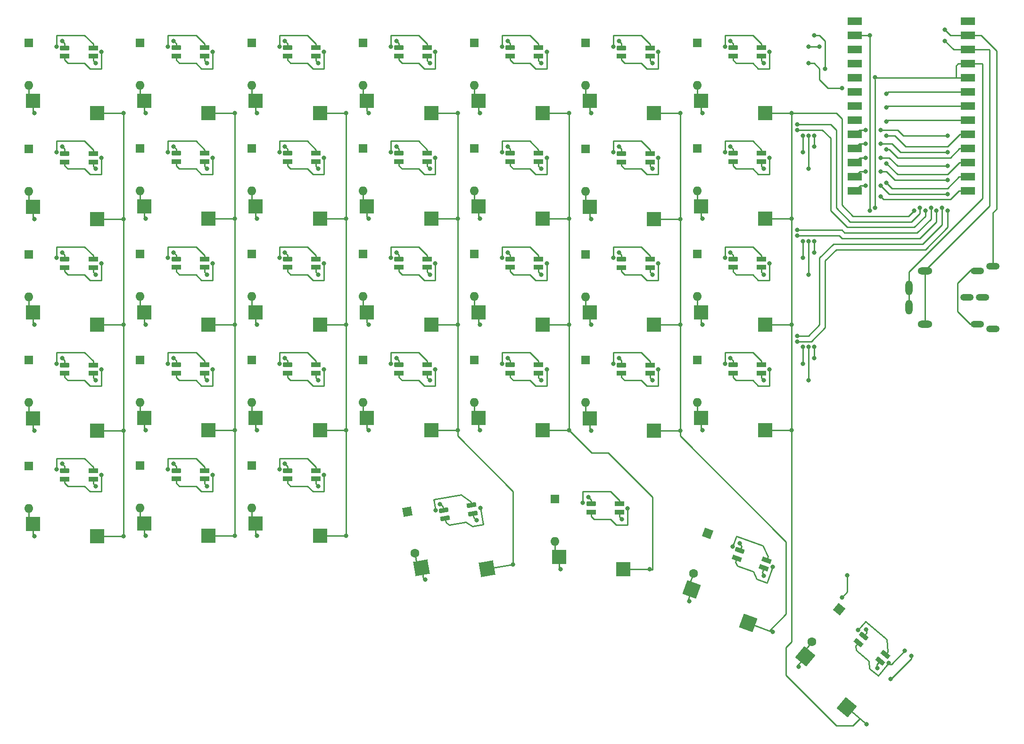
<source format=gbr>
%TF.GenerationSoftware,KiCad,Pcbnew,7.0.7*%
%TF.CreationDate,2023-09-03T20:27:55-07:00*%
%TF.ProjectId,keyboard,6b657962-6f61-4726-942e-6b696361645f,rev?*%
%TF.SameCoordinates,Original*%
%TF.FileFunction,Copper,L2,Bot*%
%TF.FilePolarity,Positive*%
%FSLAX46Y46*%
G04 Gerber Fmt 4.6, Leading zero omitted, Abs format (unit mm)*
G04 Created by KiCad (PCBNEW 7.0.7) date 2023-09-03 20:27:55*
%MOMM*%
%LPD*%
G01*
G04 APERTURE LIST*
G04 Aperture macros list*
%AMRoundRect*
0 Rectangle with rounded corners*
0 $1 Rounding radius*
0 $2 $3 $4 $5 $6 $7 $8 $9 X,Y pos of 4 corners*
0 Add a 4 corners polygon primitive as box body*
4,1,4,$2,$3,$4,$5,$6,$7,$8,$9,$2,$3,0*
0 Add four circle primitives for the rounded corners*
1,1,$1+$1,$2,$3*
1,1,$1+$1,$4,$5*
1,1,$1+$1,$6,$7*
1,1,$1+$1,$8,$9*
0 Add four rect primitives between the rounded corners*
20,1,$1+$1,$2,$3,$4,$5,0*
20,1,$1+$1,$4,$5,$6,$7,0*
20,1,$1+$1,$6,$7,$8,$9,0*
20,1,$1+$1,$8,$9,$2,$3,0*%
%AMHorizOval*
0 Thick line with rounded ends*
0 $1 width*
0 $2 $3 position (X,Y) of the first rounded end (center of the circle)*
0 $4 $5 position (X,Y) of the second rounded end (center of the circle)*
0 Add line between two ends*
20,1,$1,$2,$3,$4,$5,0*
0 Add two circle primitives to create the rounded ends*
1,1,$1,$2,$3*
1,1,$1,$4,$5*%
%AMRotRect*
0 Rectangle, with rotation*
0 The origin of the aperture is its center*
0 $1 length*
0 $2 width*
0 $3 Rotation angle, in degrees counterclockwise*
0 Add horizontal line*
21,1,$1,$2,0,0,$3*%
G04 Aperture macros list end*
%TA.AperFunction,ComponentPad*%
%ADD10O,2.416000X1.208000*%
%TD*%
%TA.AperFunction,ComponentPad*%
%ADD11O,2.616000X1.308000*%
%TD*%
%TA.AperFunction,ComponentPad*%
%ADD12O,1.308000X2.616000*%
%TD*%
%TA.AperFunction,SMDPad,CuDef*%
%ADD13R,2.600000X2.600000*%
%TD*%
%TA.AperFunction,ComponentPad*%
%ADD14R,1.600000X1.600000*%
%TD*%
%TA.AperFunction,ComponentPad*%
%ADD15O,1.600000X1.600000*%
%TD*%
%TA.AperFunction,SMDPad,CuDef*%
%ADD16RotRect,2.600000X2.600000X340.000000*%
%TD*%
%TA.AperFunction,SMDPad,CuDef*%
%ADD17RotRect,2.600000X2.600000X10.000000*%
%TD*%
%TA.AperFunction,ComponentPad*%
%ADD18RotRect,1.600000X1.600000X230.000000*%
%TD*%
%TA.AperFunction,ComponentPad*%
%ADD19HorizOval,1.600000X0.000000X0.000000X0.000000X0.000000X0*%
%TD*%
%TA.AperFunction,SMDPad,CuDef*%
%ADD20RotRect,2.600000X2.600000X320.000000*%
%TD*%
%TA.AperFunction,ComponentPad*%
%ADD21RotRect,1.600000X1.600000X250.000000*%
%TD*%
%TA.AperFunction,ComponentPad*%
%ADD22HorizOval,1.600000X0.000000X0.000000X0.000000X0.000000X0*%
%TD*%
%TA.AperFunction,ComponentPad*%
%ADD23RotRect,1.600000X1.600000X280.000000*%
%TD*%
%TA.AperFunction,ComponentPad*%
%ADD24HorizOval,1.600000X0.000000X0.000000X0.000000X0.000000X0*%
%TD*%
%TA.AperFunction,SMDPad,CuDef*%
%ADD25R,1.700000X0.820000*%
%TD*%
%TA.AperFunction,SMDPad,CuDef*%
%ADD26RoundRect,0.205000X0.645000X0.205000X-0.645000X0.205000X-0.645000X-0.205000X0.645000X-0.205000X0*%
%TD*%
%TA.AperFunction,SMDPad,CuDef*%
%ADD27RotRect,1.700000X0.820000X190.000000*%
%TD*%
%TA.AperFunction,SMDPad,CuDef*%
%ADD28RoundRect,0.205000X0.599603X0.313889X-0.670799X0.089883X-0.599603X-0.313889X0.670799X-0.089883X0*%
%TD*%
%TA.AperFunction,SMDPad,CuDef*%
%ADD29RotRect,1.700000X0.820000X140.000000*%
%TD*%
%TA.AperFunction,SMDPad,CuDef*%
%ADD30RoundRect,0.205000X0.625870X-0.257559X-0.362327X0.571637X-0.625870X0.257559X0.362327X-0.571637X0*%
%TD*%
%TA.AperFunction,SMDPad,CuDef*%
%ADD31RotRect,1.700000X0.820000X160.000000*%
%TD*%
%TA.AperFunction,SMDPad,CuDef*%
%ADD32RoundRect,0.205000X0.676216X-0.027966X-0.535988X0.413240X-0.676216X0.027966X0.535988X-0.413240X0*%
%TD*%
%TA.AperFunction,SMDPad,CuDef*%
%ADD33R,2.610000X1.400000*%
%TD*%
%TA.AperFunction,ViaPad*%
%ADD34C,0.800000*%
%TD*%
%TA.AperFunction,Conductor*%
%ADD35C,0.250000*%
%TD*%
G04 APERTURE END LIST*
D10*
%TO.P,REF\u002A\u002A,1*%
%TO.N,N/C*%
X224150000Y-76720000D03*
%TO.P,REF\u002A\u002A,2*%
X219450000Y-71120000D03*
D11*
%TO.P,REF\u002A\u002A,3*%
X211950000Y-75920000D03*
D10*
%TO.P,REF\u002A\u002A,4*%
X222250000Y-71120000D03*
D12*
%TO.P,REF\u002A\u002A,5*%
X209050000Y-72820000D03*
D10*
%TO.P,REF\u002A\u002A,6*%
X221350000Y-75920000D03*
%TD*%
%TO.P,REF\u002A\u002A,1*%
%TO.N,N/C*%
X224155000Y-65520000D03*
%TO.P,REF\u002A\u002A,4*%
X222255000Y-71120000D03*
%TO.P,REF\u002A\u002A,6*%
X221355000Y-66320000D03*
%TO.P,REF\u002A\u002A,2*%
X219455000Y-71120000D03*
D11*
%TO.P,REF\u002A\u002A,3*%
X211955000Y-66320000D03*
D12*
%TO.P,REF\u002A\u002A,5*%
X209055000Y-69420000D03*
%TD*%
D13*
%TO.P,REF\u002A\u002A,1*%
%TO.N,N/C*%
X103275000Y-94950000D03*
%TO.P,REF\u002A\u002A,2*%
X91725000Y-92750000D03*
%TD*%
D14*
%TO.P,REF\u002A\u002A,1*%
%TO.N,N/C*%
X51000000Y-82380000D03*
D15*
%TO.P,REF\u002A\u002A,2*%
X51000000Y-90000000D03*
%TD*%
D16*
%TO.P,REF\u002A\u002A,1*%
%TO.N,N/C*%
X180157856Y-129583750D03*
%TO.P,REF\u002A\u002A,2*%
X170056851Y-123566094D03*
%TD*%
D13*
%TO.P,REF\u002A\u002A,1*%
%TO.N,N/C*%
X143275000Y-56950000D03*
%TO.P,REF\u002A\u002A,2*%
X131725000Y-54750000D03*
%TD*%
D14*
%TO.P,REF\u002A\u002A,1*%
%TO.N,N/C*%
X51000000Y-63380000D03*
D15*
%TO.P,REF\u002A\u002A,2*%
X51000000Y-71000000D03*
%TD*%
D13*
%TO.P,REF\u002A\u002A,1*%
%TO.N,N/C*%
X63275000Y-76000000D03*
%TO.P,REF\u002A\u002A,2*%
X51725000Y-73800000D03*
%TD*%
%TO.P,REF\u002A\u002A,1*%
%TO.N,N/C*%
X83275000Y-37950000D03*
%TO.P,REF\u002A\u002A,2*%
X71725000Y-35750000D03*
%TD*%
D14*
%TO.P,REF\u002A\u002A,1*%
%TO.N,N/C*%
X111000000Y-44330000D03*
D15*
%TO.P,REF\u002A\u002A,2*%
X111000000Y-51950000D03*
%TD*%
D14*
%TO.P,REF\u002A\u002A,1*%
%TO.N,N/C*%
X131000000Y-25330000D03*
D15*
%TO.P,REF\u002A\u002A,2*%
X131000000Y-32950000D03*
%TD*%
D14*
%TO.P,REF\u002A\u002A,1*%
%TO.N,N/C*%
X111000000Y-82330000D03*
D15*
%TO.P,REF\u002A\u002A,2*%
X111000000Y-89950000D03*
%TD*%
D17*
%TO.P,REF\u002A\u002A,1*%
%TO.N,N/C*%
X133270017Y-119873743D03*
%TO.P,REF\u002A\u002A,2*%
X121513462Y-119712803D03*
%TD*%
D13*
%TO.P,REF\u002A\u002A,1*%
%TO.N,N/C*%
X143275000Y-94950000D03*
%TO.P,REF\u002A\u002A,2*%
X131725000Y-92750000D03*
%TD*%
D14*
%TO.P,REF\u002A\u002A,1*%
%TO.N,N/C*%
X171000000Y-44330000D03*
D15*
%TO.P,REF\u002A\u002A,2*%
X171000000Y-51950000D03*
%TD*%
D14*
%TO.P,REF\u002A\u002A,1*%
%TO.N,N/C*%
X171000000Y-25330000D03*
D15*
%TO.P,REF\u002A\u002A,2*%
X171000000Y-32950000D03*
%TD*%
D13*
%TO.P,REF\u002A\u002A,1*%
%TO.N,N/C*%
X103275000Y-37950000D03*
%TO.P,REF\u002A\u002A,2*%
X91725000Y-35750000D03*
%TD*%
D14*
%TO.P,REF\u002A\u002A,1*%
%TO.N,N/C*%
X51000000Y-101380000D03*
D15*
%TO.P,REF\u002A\u002A,2*%
X51000000Y-109000000D03*
%TD*%
D14*
%TO.P,REF\u002A\u002A,1*%
%TO.N,N/C*%
X131000000Y-63330000D03*
D15*
%TO.P,REF\u002A\u002A,2*%
X131000000Y-70950000D03*
%TD*%
D13*
%TO.P,REF\u002A\u002A,1*%
%TO.N,N/C*%
X83275000Y-75950000D03*
%TO.P,REF\u002A\u002A,2*%
X71725000Y-73750000D03*
%TD*%
%TO.P,REF\u002A\u002A,1*%
%TO.N,N/C*%
X163275000Y-76000000D03*
%TO.P,REF\u002A\u002A,2*%
X151725000Y-73800000D03*
%TD*%
D14*
%TO.P,REF\u002A\u002A,1*%
%TO.N,N/C*%
X51000000Y-44380000D03*
D15*
%TO.P,REF\u002A\u002A,2*%
X51000000Y-52000000D03*
%TD*%
D14*
%TO.P,REF\u002A\u002A,1*%
%TO.N,N/C*%
X171000000Y-63330000D03*
D15*
%TO.P,REF\u002A\u002A,2*%
X171000000Y-70950000D03*
%TD*%
D13*
%TO.P,REF\u002A\u002A,1*%
%TO.N,N/C*%
X63275000Y-95000000D03*
%TO.P,REF\u002A\u002A,2*%
X51725000Y-92800000D03*
%TD*%
D14*
%TO.P,REF\u002A\u002A,1*%
%TO.N,N/C*%
X171000000Y-82330000D03*
D15*
%TO.P,REF\u002A\u002A,2*%
X171000000Y-89950000D03*
%TD*%
D13*
%TO.P,REF\u002A\u002A,1*%
%TO.N,N/C*%
X123275000Y-75950000D03*
%TO.P,REF\u002A\u002A,2*%
X111725000Y-73750000D03*
%TD*%
%TO.P,REF\u002A\u002A,1*%
%TO.N,N/C*%
X183275000Y-94950000D03*
%TO.P,REF\u002A\u002A,2*%
X171725000Y-92750000D03*
%TD*%
%TO.P,REF\u002A\u002A,1*%
%TO.N,N/C*%
X123275000Y-37950000D03*
%TO.P,REF\u002A\u002A,2*%
X111725000Y-35750000D03*
%TD*%
D18*
%TO.P,REF\u002A\u002A,1*%
%TO.N,N/C*%
X196555312Y-127164475D03*
D19*
%TO.P,REF\u002A\u002A,2*%
X191657270Y-133001734D03*
%TD*%
D14*
%TO.P,REF\u002A\u002A,1*%
%TO.N,N/C*%
X151000000Y-82380000D03*
D15*
%TO.P,REF\u002A\u002A,2*%
X151000000Y-90000000D03*
%TD*%
D14*
%TO.P,REF\u002A\u002A,1*%
%TO.N,N/C*%
X131000000Y-44330000D03*
D15*
%TO.P,REF\u002A\u002A,2*%
X131000000Y-51950000D03*
%TD*%
D14*
%TO.P,REF\u002A\u002A,1*%
%TO.N,N/C*%
X145500000Y-107329999D03*
D15*
%TO.P,REF\u002A\u002A,2*%
X145500000Y-114949999D03*
%TD*%
D13*
%TO.P,REF\u002A\u002A,1*%
%TO.N,N/C*%
X63275000Y-114000000D03*
%TO.P,REF\u002A\u002A,2*%
X51725000Y-111800000D03*
%TD*%
%TO.P,REF\u002A\u002A,1*%
%TO.N,N/C*%
X63275000Y-57000000D03*
%TO.P,REF\u002A\u002A,2*%
X51725000Y-54800000D03*
%TD*%
D14*
%TO.P,REF\u002A\u002A,1*%
%TO.N,N/C*%
X91000000Y-25330000D03*
D15*
%TO.P,REF\u002A\u002A,2*%
X91000000Y-32950000D03*
%TD*%
D14*
%TO.P,REF\u002A\u002A,1*%
%TO.N,N/C*%
X151000000Y-44380000D03*
D15*
%TO.P,REF\u002A\u002A,2*%
X151000000Y-52000000D03*
%TD*%
D13*
%TO.P,REF\u002A\u002A,1*%
%TO.N,N/C*%
X183275000Y-56950000D03*
%TO.P,REF\u002A\u002A,2*%
X171725000Y-54750000D03*
%TD*%
%TO.P,REF\u002A\u002A,1*%
%TO.N,N/C*%
X103275000Y-113950000D03*
%TO.P,REF\u002A\u002A,2*%
X91725000Y-111750000D03*
%TD*%
D14*
%TO.P,REF\u002A\u002A,1*%
%TO.N,N/C*%
X71000000Y-82330000D03*
D15*
%TO.P,REF\u002A\u002A,2*%
X71000000Y-89950000D03*
%TD*%
D14*
%TO.P,REF\u002A\u002A,1*%
%TO.N,N/C*%
X111000000Y-63330000D03*
D15*
%TO.P,REF\u002A\u002A,2*%
X111000000Y-70950000D03*
%TD*%
D13*
%TO.P,REF\u002A\u002A,1*%
%TO.N,N/C*%
X183275000Y-37950000D03*
%TO.P,REF\u002A\u002A,2*%
X171725000Y-35750000D03*
%TD*%
D14*
%TO.P,REF\u002A\u002A,1*%
%TO.N,N/C*%
X71000000Y-25330000D03*
D15*
%TO.P,REF\u002A\u002A,2*%
X71000000Y-32950000D03*
%TD*%
D13*
%TO.P,REF\u002A\u002A,1*%
%TO.N,N/C*%
X83275000Y-113950000D03*
%TO.P,REF\u002A\u002A,2*%
X71725000Y-111750000D03*
%TD*%
%TO.P,REF\u002A\u002A,1*%
%TO.N,N/C*%
X163275000Y-38000000D03*
%TO.P,REF\u002A\u002A,2*%
X151725000Y-35800000D03*
%TD*%
D14*
%TO.P,REF\u002A\u002A,1*%
%TO.N,N/C*%
X111000000Y-25330000D03*
D15*
%TO.P,REF\u002A\u002A,2*%
X111000000Y-32950000D03*
%TD*%
D20*
%TO.P,REF\u002A\u002A,1*%
%TO.N,N/C*%
X197846526Y-144722175D03*
%TO.P,REF\u002A\u002A,2*%
X190412846Y-135612680D03*
%TD*%
D14*
%TO.P,REF\u002A\u002A,1*%
%TO.N,N/C*%
X71000000Y-101330000D03*
D15*
%TO.P,REF\u002A\u002A,2*%
X71000000Y-108950000D03*
%TD*%
D13*
%TO.P,REF\u002A\u002A,1*%
%TO.N,N/C*%
X163275000Y-57000000D03*
%TO.P,REF\u002A\u002A,2*%
X151725000Y-54800000D03*
%TD*%
%TO.P,REF\u002A\u002A,1*%
%TO.N,N/C*%
X103275000Y-75950000D03*
%TO.P,REF\u002A\u002A,2*%
X91725000Y-73750000D03*
%TD*%
D14*
%TO.P,REF\u002A\u002A,1*%
%TO.N,N/C*%
X151000000Y-63380000D03*
D15*
%TO.P,REF\u002A\u002A,2*%
X151000000Y-71000000D03*
%TD*%
D13*
%TO.P,REF\u002A\u002A,1*%
%TO.N,N/C*%
X143275000Y-37950000D03*
%TO.P,REF\u002A\u002A,2*%
X131725000Y-35750000D03*
%TD*%
D14*
%TO.P,REF\u002A\u002A,1*%
%TO.N,N/C*%
X71000000Y-44330000D03*
D15*
%TO.P,REF\u002A\u002A,2*%
X71000000Y-51950000D03*
%TD*%
D13*
%TO.P,REF\u002A\u002A,1*%
%TO.N,N/C*%
X83275000Y-94950000D03*
%TO.P,REF\u002A\u002A,2*%
X71725000Y-92750000D03*
%TD*%
%TO.P,REF\u002A\u002A,1*%
%TO.N,N/C*%
X183275000Y-75950000D03*
%TO.P,REF\u002A\u002A,2*%
X171725000Y-73750000D03*
%TD*%
%TO.P,REF\u002A\u002A,1*%
%TO.N,N/C*%
X123275000Y-94950000D03*
%TO.P,REF\u002A\u002A,2*%
X111725000Y-92750000D03*
%TD*%
D14*
%TO.P,REF\u002A\u002A,1*%
%TO.N,N/C*%
X91000000Y-82330000D03*
D15*
%TO.P,REF\u002A\u002A,2*%
X91000000Y-89950000D03*
%TD*%
D13*
%TO.P,REF\u002A\u002A,1*%
%TO.N,N/C*%
X163275000Y-95000000D03*
%TO.P,REF\u002A\u002A,2*%
X151725000Y-92800000D03*
%TD*%
D14*
%TO.P,REF\u002A\u002A,1*%
%TO.N,N/C*%
X91000000Y-101330000D03*
D15*
%TO.P,REF\u002A\u002A,2*%
X91000000Y-108950000D03*
%TD*%
D21*
%TO.P,REF\u002A\u002A,1*%
%TO.N,N/C*%
X172939424Y-113526532D03*
D22*
%TO.P,REF\u002A\u002A,2*%
X170333231Y-120686990D03*
%TD*%
D13*
%TO.P,REF\u002A\u002A,1*%
%TO.N,N/C*%
X157775000Y-119950000D03*
%TO.P,REF\u002A\u002A,2*%
X146225000Y-117750000D03*
%TD*%
D14*
%TO.P,REF\u002A\u002A,1*%
%TO.N,N/C*%
X151000000Y-25380000D03*
D15*
%TO.P,REF\u002A\u002A,2*%
X151000000Y-33000000D03*
%TD*%
D13*
%TO.P,REF\u002A\u002A,1*%
%TO.N,N/C*%
X63275000Y-38000000D03*
%TO.P,REF\u002A\u002A,2*%
X51725000Y-35800000D03*
%TD*%
%TO.P,REF\u002A\u002A,1*%
%TO.N,N/C*%
X123275000Y-56950000D03*
%TO.P,REF\u002A\u002A,2*%
X111725000Y-54750000D03*
%TD*%
D14*
%TO.P,REF\u002A\u002A,1*%
%TO.N,N/C*%
X51000000Y-25380000D03*
D15*
%TO.P,REF\u002A\u002A,2*%
X51000000Y-33000000D03*
%TD*%
D14*
%TO.P,REF\u002A\u002A,1*%
%TO.N,N/C*%
X71000000Y-63330000D03*
D15*
%TO.P,REF\u002A\u002A,2*%
X71000000Y-70950000D03*
%TD*%
D23*
%TO.P,REF\u002A\u002A,1*%
%TO.N,N/C*%
X118990062Y-109577000D03*
D24*
%TO.P,REF\u002A\u002A,2*%
X120313261Y-117081235D03*
%TD*%
D13*
%TO.P,REF\u002A\u002A,1*%
%TO.N,N/C*%
X83275000Y-56950000D03*
%TO.P,REF\u002A\u002A,2*%
X71725000Y-54750000D03*
%TD*%
D14*
%TO.P,REF\u002A\u002A,1*%
%TO.N,N/C*%
X91000000Y-63330000D03*
D15*
%TO.P,REF\u002A\u002A,2*%
X91000000Y-70950000D03*
%TD*%
D14*
%TO.P,REF\u002A\u002A,1*%
%TO.N,N/C*%
X91000000Y-44330000D03*
D15*
%TO.P,REF\u002A\u002A,2*%
X91000000Y-51950000D03*
%TD*%
D14*
%TO.P,REF\u002A\u002A,1*%
%TO.N,N/C*%
X131000000Y-82330000D03*
D15*
%TO.P,REF\u002A\u002A,2*%
X131000000Y-89950000D03*
%TD*%
D13*
%TO.P,REF\u002A\u002A,1*%
%TO.N,N/C*%
X143275000Y-75950000D03*
%TO.P,REF\u002A\u002A,2*%
X131725000Y-73750000D03*
%TD*%
%TO.P,REF\u002A\u002A,1*%
%TO.N,N/C*%
X103275000Y-56950000D03*
%TO.P,REF\u002A\u002A,2*%
X91725000Y-54750000D03*
%TD*%
D25*
%TO.P,REF\u002A\u002A,1*%
%TO.N,N/C*%
X62550000Y-27750000D03*
%TO.P,REF\u002A\u002A,2*%
X62550000Y-26250000D03*
D26*
%TO.P,REF\u002A\u002A,3*%
X57450000Y-26250000D03*
D25*
%TO.P,REF\u002A\u002A,4*%
X57450000Y-27750000D03*
%TD*%
%TO.P,REF\u002A\u002A,1*%
%TO.N,N/C*%
X122550000Y-84700000D03*
%TO.P,REF\u002A\u002A,2*%
X122550000Y-83200000D03*
D26*
%TO.P,REF\u002A\u002A,3*%
X117450000Y-83200000D03*
D25*
%TO.P,REF\u002A\u002A,4*%
X117450000Y-84700000D03*
%TD*%
%TO.P,REF\u002A\u002A,1*%
%TO.N,N/C*%
X122550000Y-46700000D03*
%TO.P,REF\u002A\u002A,2*%
X122550000Y-45200000D03*
D26*
%TO.P,REF\u002A\u002A,3*%
X117450000Y-45200000D03*
D25*
%TO.P,REF\u002A\u002A,4*%
X117450000Y-46700000D03*
%TD*%
%TO.P,REF\u002A\u002A,1*%
%TO.N,N/C*%
X62550000Y-46750000D03*
%TO.P,REF\u002A\u002A,2*%
X62550000Y-45250000D03*
D26*
%TO.P,REF\u002A\u002A,3*%
X57450000Y-45250000D03*
D25*
%TO.P,REF\u002A\u002A,4*%
X57450000Y-46750000D03*
%TD*%
%TO.P,REF\u002A\u002A,1*%
%TO.N,N/C*%
X162550000Y-84750000D03*
%TO.P,REF\u002A\u002A,2*%
X162550000Y-83250000D03*
D26*
%TO.P,REF\u002A\u002A,3*%
X157450000Y-83250000D03*
D25*
%TO.P,REF\u002A\u002A,4*%
X157450000Y-84750000D03*
%TD*%
%TO.P,REF\u002A\u002A,1*%
%TO.N,N/C*%
X142550000Y-27700000D03*
%TO.P,REF\u002A\u002A,2*%
X142550000Y-26200000D03*
D26*
%TO.P,REF\u002A\u002A,3*%
X137450000Y-26200000D03*
D25*
%TO.P,REF\u002A\u002A,4*%
X137450000Y-27700000D03*
%TD*%
%TO.P,REF\u002A\u002A,1*%
%TO.N,N/C*%
X182550000Y-46700000D03*
%TO.P,REF\u002A\u002A,2*%
X182550000Y-45200000D03*
D26*
%TO.P,REF\u002A\u002A,3*%
X177450000Y-45200000D03*
D25*
%TO.P,REF\u002A\u002A,4*%
X177450000Y-46700000D03*
%TD*%
%TO.P,REF\u002A\u002A,1*%
%TO.N,N/C*%
X62550000Y-103750000D03*
%TO.P,REF\u002A\u002A,2*%
X62550000Y-102250000D03*
D26*
%TO.P,REF\u002A\u002A,3*%
X57450000Y-102250000D03*
D25*
%TO.P,REF\u002A\u002A,4*%
X57450000Y-103750000D03*
%TD*%
%TO.P,REF\u002A\u002A,1*%
%TO.N,N/C*%
X182550000Y-27700000D03*
%TO.P,REF\u002A\u002A,2*%
X182550000Y-26200000D03*
D26*
%TO.P,REF\u002A\u002A,3*%
X177450000Y-26200000D03*
D25*
%TO.P,REF\u002A\u002A,4*%
X177450000Y-27700000D03*
%TD*%
%TO.P,REF\u002A\u002A,1*%
%TO.N,N/C*%
X102550000Y-46700000D03*
%TO.P,REF\u002A\u002A,2*%
X102550000Y-45200000D03*
D26*
%TO.P,REF\u002A\u002A,3*%
X97450000Y-45200000D03*
D25*
%TO.P,REF\u002A\u002A,4*%
X97450000Y-46700000D03*
%TD*%
%TO.P,REF\u002A\u002A,1*%
%TO.N,N/C*%
X122550000Y-27700000D03*
%TO.P,REF\u002A\u002A,2*%
X122550000Y-26200000D03*
D26*
%TO.P,REF\u002A\u002A,3*%
X117450000Y-26200000D03*
D25*
%TO.P,REF\u002A\u002A,4*%
X117450000Y-27700000D03*
%TD*%
%TO.P,REF\u002A\u002A,1*%
%TO.N,N/C*%
X182550000Y-65700000D03*
%TO.P,REF\u002A\u002A,2*%
X182550000Y-64200000D03*
D26*
%TO.P,REF\u002A\u002A,3*%
X177450000Y-64200000D03*
D25*
%TO.P,REF\u002A\u002A,4*%
X177450000Y-65700000D03*
%TD*%
%TO.P,REF\u002A\u002A,1*%
%TO.N,N/C*%
X142550000Y-84700000D03*
%TO.P,REF\u002A\u002A,2*%
X142550000Y-83200000D03*
D26*
%TO.P,REF\u002A\u002A,3*%
X137450000Y-83200000D03*
D25*
%TO.P,REF\u002A\u002A,4*%
X137450000Y-84700000D03*
%TD*%
D27*
%TO.P,REF\u002A\u002A,1*%
%TO.N,N/C*%
X130776138Y-109905358D03*
%TO.P,REF\u002A\u002A,2*%
X130515666Y-108428146D03*
D28*
%TO.P,REF\u002A\u002A,3*%
X125493146Y-109313752D03*
D27*
%TO.P,REF\u002A\u002A,4*%
X125753618Y-110790964D03*
%TD*%
D25*
%TO.P,REF\u002A\u002A,1*%
%TO.N,N/C*%
X122550000Y-65700000D03*
%TO.P,REF\u002A\u002A,2*%
X122550000Y-64200000D03*
D26*
%TO.P,REF\u002A\u002A,3*%
X117450000Y-64200000D03*
D25*
%TO.P,REF\u002A\u002A,4*%
X117450000Y-65700000D03*
%TD*%
%TO.P,REF\u002A\u002A,1*%
%TO.N,N/C*%
X62550000Y-84750000D03*
%TO.P,REF\u002A\u002A,2*%
X62550000Y-83250000D03*
D26*
%TO.P,REF\u002A\u002A,3*%
X57450000Y-83250000D03*
D25*
%TO.P,REF\u002A\u002A,4*%
X57450000Y-84750000D03*
%TD*%
%TO.P,REF\u002A\u002A,1*%
%TO.N,N/C*%
X142550000Y-46700000D03*
%TO.P,REF\u002A\u002A,2*%
X142550000Y-45200000D03*
D26*
%TO.P,REF\u002A\u002A,3*%
X137450000Y-45200000D03*
D25*
%TO.P,REF\u002A\u002A,4*%
X137450000Y-46700000D03*
%TD*%
%TO.P,REF\u002A\u002A,1*%
%TO.N,N/C*%
X157049999Y-109699999D03*
%TO.P,REF\u002A\u002A,2*%
X157049999Y-108199999D03*
D26*
%TO.P,REF\u002A\u002A,3*%
X151949999Y-108199999D03*
D25*
%TO.P,REF\u002A\u002A,4*%
X151949999Y-109699999D03*
%TD*%
%TO.P,REF\u002A\u002A,1*%
%TO.N,N/C*%
X82550000Y-84700000D03*
%TO.P,REF\u002A\u002A,2*%
X82550000Y-83200000D03*
D26*
%TO.P,REF\u002A\u002A,3*%
X77450000Y-83200000D03*
D25*
%TO.P,REF\u002A\u002A,4*%
X77450000Y-84700000D03*
%TD*%
%TO.P,REF\u002A\u002A,1*%
%TO.N,N/C*%
X162550000Y-27750000D03*
%TO.P,REF\u002A\u002A,2*%
X162550000Y-26250000D03*
D26*
%TO.P,REF\u002A\u002A,3*%
X157450000Y-26250000D03*
D25*
%TO.P,REF\u002A\u002A,4*%
X157450000Y-27750000D03*
%TD*%
%TO.P,REF\u002A\u002A,1*%
%TO.N,N/C*%
X102550000Y-65700000D03*
%TO.P,REF\u002A\u002A,2*%
X102550000Y-64200000D03*
D26*
%TO.P,REF\u002A\u002A,3*%
X97450000Y-64200000D03*
D25*
%TO.P,REF\u002A\u002A,4*%
X97450000Y-65700000D03*
%TD*%
%TO.P,REF\u002A\u002A,1*%
%TO.N,N/C*%
X142550000Y-65700000D03*
%TO.P,REF\u002A\u002A,2*%
X142550000Y-64200000D03*
D26*
%TO.P,REF\u002A\u002A,3*%
X137450000Y-64200000D03*
D25*
%TO.P,REF\u002A\u002A,4*%
X137450000Y-65700000D03*
%TD*%
%TO.P,REF\u002A\u002A,1*%
%TO.N,N/C*%
X102550000Y-27700000D03*
%TO.P,REF\u002A\u002A,2*%
X102550000Y-26200000D03*
D26*
%TO.P,REF\u002A\u002A,3*%
X97450000Y-26200000D03*
D25*
%TO.P,REF\u002A\u002A,4*%
X97450000Y-27700000D03*
%TD*%
D29*
%TO.P,REF\u002A\u002A,1*%
%TO.N,N/C*%
X203879719Y-136404197D03*
%TO.P,REF\u002A\u002A,2*%
X204843900Y-135255130D03*
D30*
%TO.P,REF\u002A\u002A,3*%
X200937073Y-131976913D03*
D29*
%TO.P,REF\u002A\u002A,4*%
X199972892Y-133125980D03*
%TD*%
D25*
%TO.P,REF\u002A\u002A,1*%
%TO.N,N/C*%
X162550000Y-65750000D03*
%TO.P,REF\u002A\u002A,2*%
X162550000Y-64250000D03*
D26*
%TO.P,REF\u002A\u002A,3*%
X157450000Y-64250000D03*
D25*
%TO.P,REF\u002A\u002A,4*%
X157450000Y-65750000D03*
%TD*%
%TO.P,REF\u002A\u002A,1*%
%TO.N,N/C*%
X82550000Y-46700000D03*
%TO.P,REF\u002A\u002A,2*%
X82550000Y-45200000D03*
D26*
%TO.P,REF\u002A\u002A,3*%
X77450000Y-45200000D03*
D25*
%TO.P,REF\u002A\u002A,4*%
X77450000Y-46700000D03*
%TD*%
D31*
%TO.P,REF\u002A\u002A,1*%
%TO.N,N/C*%
X182982285Y-119703936D03*
%TO.P,REF\u002A\u002A,2*%
X183495315Y-118294397D03*
D32*
%TO.P,REF\u002A\u002A,3*%
X178702883Y-116550094D03*
D31*
%TO.P,REF\u002A\u002A,4*%
X178189853Y-117959633D03*
%TD*%
D33*
%TO.P,REF\u002A\u002A,1*%
%TO.N,N/C*%
X219660000Y-21490000D03*
%TO.P,REF\u002A\u002A,2*%
X219660000Y-24030000D03*
%TO.P,REF\u002A\u002A,3*%
X219660000Y-26570000D03*
%TO.P,REF\u002A\u002A,4*%
X219660000Y-29110000D03*
%TO.P,REF\u002A\u002A,5*%
X219660000Y-31650000D03*
%TO.P,REF\u002A\u002A,6*%
X219660000Y-34190000D03*
%TO.P,REF\u002A\u002A,7*%
X219660000Y-36730000D03*
%TO.P,REF\u002A\u002A,8*%
X219660000Y-39270000D03*
%TO.P,REF\u002A\u002A,9*%
X219660000Y-41810000D03*
%TO.P,REF\u002A\u002A,10*%
X219660000Y-44350000D03*
%TO.P,REF\u002A\u002A,11*%
X219660000Y-46890000D03*
%TO.P,REF\u002A\u002A,12*%
X219660000Y-49430000D03*
%TO.P,REF\u002A\u002A,13*%
X219660000Y-51970000D03*
%TO.P,REF\u002A\u002A,14*%
X199340000Y-21490000D03*
%TO.P,REF\u002A\u002A,15*%
X199340000Y-24030000D03*
%TO.P,REF\u002A\u002A,16*%
X199340000Y-26570000D03*
%TO.P,REF\u002A\u002A,17*%
X199340000Y-29110000D03*
%TO.P,REF\u002A\u002A,18*%
X199340000Y-31650000D03*
%TO.P,REF\u002A\u002A,19*%
X199340000Y-34190000D03*
%TO.P,REF\u002A\u002A,20*%
X199340000Y-36730000D03*
%TO.P,REF\u002A\u002A,21*%
X199340000Y-39270000D03*
%TO.P,REF\u002A\u002A,22*%
X199340000Y-41810000D03*
%TO.P,REF\u002A\u002A,23*%
X199340000Y-44350000D03*
%TO.P,REF\u002A\u002A,24*%
X199340000Y-46890000D03*
%TO.P,REF\u002A\u002A,25*%
X199340000Y-49430000D03*
%TO.P,REF\u002A\u002A,26*%
X199340000Y-51970000D03*
%TD*%
D25*
%TO.P,REF\u002A\u002A,1*%
%TO.N,N/C*%
X82550000Y-27700000D03*
%TO.P,REF\u002A\u002A,2*%
X82550000Y-26200000D03*
D26*
%TO.P,REF\u002A\u002A,3*%
X77450000Y-26200000D03*
D25*
%TO.P,REF\u002A\u002A,4*%
X77450000Y-27700000D03*
%TD*%
%TO.P,REF\u002A\u002A,1*%
%TO.N,N/C*%
X182550000Y-84700000D03*
%TO.P,REF\u002A\u002A,2*%
X182550000Y-83200000D03*
D26*
%TO.P,REF\u002A\u002A,3*%
X177450000Y-83200000D03*
D25*
%TO.P,REF\u002A\u002A,4*%
X177450000Y-84700000D03*
%TD*%
%TO.P,REF\u002A\u002A,1*%
%TO.N,N/C*%
X62550000Y-65750000D03*
%TO.P,REF\u002A\u002A,2*%
X62550000Y-64250000D03*
D26*
%TO.P,REF\u002A\u002A,3*%
X57450000Y-64250000D03*
D25*
%TO.P,REF\u002A\u002A,4*%
X57450000Y-65750000D03*
%TD*%
%TO.P,REF\u002A\u002A,1*%
%TO.N,N/C*%
X102550000Y-84700000D03*
%TO.P,REF\u002A\u002A,2*%
X102550000Y-83200000D03*
D26*
%TO.P,REF\u002A\u002A,3*%
X97450000Y-83200000D03*
D25*
%TO.P,REF\u002A\u002A,4*%
X97450000Y-84700000D03*
%TD*%
%TO.P,REF\u002A\u002A,1*%
%TO.N,N/C*%
X102550000Y-103700000D03*
%TO.P,REF\u002A\u002A,2*%
X102550000Y-102200000D03*
D26*
%TO.P,REF\u002A\u002A,3*%
X97450000Y-102200000D03*
D25*
%TO.P,REF\u002A\u002A,4*%
X97450000Y-103700000D03*
%TD*%
%TO.P,REF\u002A\u002A,1*%
%TO.N,N/C*%
X82550000Y-103700000D03*
%TO.P,REF\u002A\u002A,2*%
X82550000Y-102200000D03*
D26*
%TO.P,REF\u002A\u002A,3*%
X77450000Y-102200000D03*
D25*
%TO.P,REF\u002A\u002A,4*%
X77450000Y-103700000D03*
%TD*%
%TO.P,REF\u002A\u002A,1*%
%TO.N,N/C*%
X162550000Y-46750000D03*
%TO.P,REF\u002A\u002A,2*%
X162550000Y-45250000D03*
D26*
%TO.P,REF\u002A\u002A,3*%
X157450000Y-45250000D03*
D25*
%TO.P,REF\u002A\u002A,4*%
X157450000Y-46750000D03*
%TD*%
%TO.P,REF\u002A\u002A,1*%
%TO.N,N/C*%
X82550000Y-65700000D03*
%TO.P,REF\u002A\u002A,2*%
X82550000Y-64200000D03*
D26*
%TO.P,REF\u002A\u002A,3*%
X77450000Y-64200000D03*
D25*
%TO.P,REF\u002A\u002A,4*%
X77450000Y-65700000D03*
%TD*%
D34*
%TO.N,*%
X203000000Y-55000000D03*
X97000000Y-82000000D03*
X184000000Y-84000000D03*
X189209377Y-137474745D03*
X157000000Y-63000000D03*
X64000000Y-46000000D03*
X189000000Y-59000000D03*
X144000000Y-84000000D03*
X216000000Y-55500000D03*
X204000000Y-51000000D03*
X201466086Y-147759346D03*
X143000000Y-48000000D03*
X184584253Y-119542080D03*
X212000000Y-55500000D03*
X177000000Y-44000000D03*
X88000000Y-94950000D03*
X56000000Y-45000000D03*
X191000000Y-26000000D03*
X152000000Y-57000000D03*
X190000000Y-42000000D03*
X201295000Y-48500000D03*
X128000000Y-75950000D03*
X63000000Y-67000000D03*
X137000000Y-25000000D03*
X103000000Y-105000000D03*
X183000000Y-86000000D03*
X97000000Y-25000000D03*
X56000000Y-64000000D03*
X96000000Y-26000000D03*
X124000000Y-84000000D03*
X116000000Y-64000000D03*
X148000000Y-75950000D03*
X84000000Y-46000000D03*
X92000000Y-56950000D03*
X63000000Y-48000000D03*
X191000000Y-80000000D03*
X112000000Y-37950000D03*
X116000000Y-45000000D03*
X84000000Y-27000000D03*
X88000000Y-56950000D03*
X83000000Y-29000000D03*
X202000000Y-55500000D03*
X83000000Y-105000000D03*
X83000000Y-48000000D03*
X92000000Y-94950000D03*
X136000000Y-83000000D03*
X132000000Y-75950000D03*
X52000000Y-57000000D03*
X216000000Y-50000000D03*
X57000000Y-101000000D03*
X88000000Y-75950000D03*
X152000000Y-95000000D03*
X192000000Y-61000000D03*
X132000000Y-94950000D03*
X143000000Y-86000000D03*
X197000000Y-33500000D03*
X214000000Y-55500000D03*
X92000000Y-113950000D03*
X123000000Y-67000000D03*
X205000000Y-42000000D03*
X124000000Y-65000000D03*
X112000000Y-94950000D03*
X172000000Y-37950000D03*
X97000000Y-63000000D03*
X108000000Y-37950000D03*
X211000000Y-55000000D03*
X143000000Y-67000000D03*
X178690446Y-115268553D03*
X57000000Y-63000000D03*
X177000000Y-82000000D03*
X124841605Y-108210125D03*
X156000000Y-83000000D03*
X197000000Y-125000000D03*
X183000000Y-48000000D03*
X177000000Y-25000000D03*
X184000000Y-46000000D03*
X88000000Y-113950000D03*
X96000000Y-102000000D03*
X201295000Y-41000000D03*
X103000000Y-86000000D03*
X72000000Y-94950000D03*
X188000000Y-75950000D03*
X189000000Y-78000000D03*
X189000000Y-79000000D03*
X84000000Y-65000000D03*
X84000000Y-84000000D03*
X164000000Y-27000000D03*
X192000000Y-24000000D03*
X193000000Y-26000000D03*
X144000000Y-65000000D03*
X128000000Y-94950000D03*
X172000000Y-94950000D03*
X205440434Y-136800007D03*
X56000000Y-102000000D03*
X103000000Y-67000000D03*
X201295000Y-46000000D03*
X123000000Y-86000000D03*
X72000000Y-37950000D03*
X112000000Y-75950000D03*
X188000000Y-37950000D03*
X199954865Y-130891662D03*
X172000000Y-75950000D03*
X104000000Y-27000000D03*
X192000000Y-80000000D03*
X148000000Y-56950000D03*
X123000000Y-48000000D03*
X143000000Y-29000000D03*
X176000000Y-26000000D03*
X136000000Y-45000000D03*
X177000000Y-63000000D03*
X68000000Y-38000000D03*
X52000000Y-76000000D03*
X124000000Y-27000000D03*
X194000000Y-30000000D03*
X76000000Y-83000000D03*
X184000000Y-65000000D03*
X132000000Y-37950000D03*
X124030445Y-109368580D03*
X208280000Y-134620000D03*
X184597902Y-131199795D03*
X137000000Y-82000000D03*
X52000000Y-114000000D03*
X192000000Y-82000000D03*
X182960520Y-121079444D03*
X205740000Y-139700000D03*
X128000000Y-56950000D03*
X183000000Y-67000000D03*
X97000000Y-44000000D03*
X104000000Y-65000000D03*
X108000000Y-113950000D03*
X57000000Y-44000000D03*
X190000000Y-64000000D03*
X77000000Y-101000000D03*
X117000000Y-82000000D03*
X203000000Y-31500000D03*
X183000000Y-29000000D03*
X146500000Y-119950000D03*
X190000000Y-80000000D03*
X72000000Y-56950000D03*
X205000000Y-50500000D03*
X96000000Y-45000000D03*
X57000000Y-25000000D03*
X56000000Y-83000000D03*
X216000000Y-47500000D03*
X77000000Y-82000000D03*
X177408732Y-115866225D03*
X116000000Y-26000000D03*
X128000000Y-37950000D03*
X172000000Y-56950000D03*
X216000000Y-42000000D03*
X156000000Y-26000000D03*
X96000000Y-64000000D03*
X84000000Y-103000000D03*
X191000000Y-61000000D03*
X215500000Y-23000000D03*
X103000000Y-29000000D03*
X204000000Y-53000000D03*
X168000000Y-57000000D03*
X108000000Y-75950000D03*
X136000000Y-64000000D03*
X92000000Y-37950000D03*
X162499999Y-119950000D03*
X156000000Y-64000000D03*
X103000000Y-48000000D03*
X191000000Y-67000000D03*
X210000000Y-55500000D03*
X92000000Y-75950000D03*
X76000000Y-26000000D03*
X189000000Y-41000000D03*
X205000000Y-34500000D03*
X216000000Y-52500000D03*
X137000000Y-63000000D03*
X188000000Y-94950000D03*
X77000000Y-63000000D03*
X116000000Y-83000000D03*
X192000000Y-63000000D03*
X157000000Y-82000000D03*
X108000000Y-94950000D03*
X168000000Y-95000000D03*
X204000000Y-48500000D03*
X83000000Y-86000000D03*
X124000000Y-46000000D03*
X164000000Y-84000000D03*
X204000000Y-41000000D03*
X63000000Y-105000000D03*
X77000000Y-44000000D03*
X64000000Y-103000000D03*
X131445044Y-111107466D03*
X97000000Y-101000000D03*
X63000000Y-86000000D03*
X201295000Y-51000000D03*
X76000000Y-64000000D03*
X201363698Y-130768407D03*
X203388814Y-137689309D03*
X190000000Y-45000000D03*
X144000000Y-27000000D03*
X52000000Y-38000000D03*
X176000000Y-83000000D03*
X137000000Y-44000000D03*
X83000000Y-67000000D03*
X132082555Y-108964203D03*
X158499999Y-108999999D03*
X205000000Y-47000000D03*
X204000000Y-46000000D03*
X190000000Y-83000000D03*
X136000000Y-26000000D03*
X72000000Y-75950000D03*
X189000000Y-60000000D03*
X157499999Y-110999999D03*
X137923233Y-119053255D03*
X63000000Y-29000000D03*
X68000000Y-76000000D03*
X76000000Y-45000000D03*
X88000000Y-37950000D03*
X188000000Y-56950000D03*
X152000000Y-38000000D03*
X77000000Y-25000000D03*
X205000000Y-37000000D03*
X117000000Y-63000000D03*
X150499999Y-107999999D03*
X132000000Y-56950000D03*
X163000000Y-29000000D03*
X157000000Y-44000000D03*
X163000000Y-86000000D03*
X68000000Y-57000000D03*
X156000000Y-45000000D03*
X52000000Y-95000000D03*
X117000000Y-44000000D03*
X184000000Y-27000000D03*
X209500000Y-135500000D03*
X216000000Y-45000000D03*
X198000000Y-121000000D03*
X191000000Y-42000000D03*
X64000000Y-84000000D03*
X108000000Y-56950000D03*
X57000000Y-82000000D03*
X176000000Y-45000000D03*
X213000000Y-55000000D03*
X157000000Y-25000000D03*
X152000000Y-76000000D03*
X168000000Y-76000000D03*
X76000000Y-102000000D03*
X117000000Y-25000000D03*
X192000000Y-42000000D03*
X169562823Y-125727473D03*
X205000000Y-44500000D03*
X123000000Y-29000000D03*
X148000000Y-37950000D03*
X104000000Y-46000000D03*
X68000000Y-114000000D03*
X144000000Y-46000000D03*
X56000000Y-26000000D03*
X189000000Y-40000000D03*
X215500000Y-25000000D03*
X104000000Y-103000000D03*
X205000000Y-39500000D03*
X163000000Y-67000000D03*
X168000000Y-38000000D03*
X148000000Y-94950000D03*
X191000000Y-29000000D03*
X202000000Y-24000000D03*
X164000000Y-65000000D03*
X164000000Y-46000000D03*
X191000000Y-48000000D03*
X176000000Y-64000000D03*
X72000000Y-113950000D03*
X163000000Y-48000000D03*
X68000000Y-95000000D03*
X190000000Y-61000000D03*
X204000000Y-43500000D03*
X64000000Y-65000000D03*
X215000000Y-55000000D03*
X192000000Y-44000000D03*
X191000000Y-86000000D03*
X201295000Y-43500000D03*
X151499999Y-107000000D03*
X122166310Y-121831626D03*
X96000000Y-83000000D03*
X104000000Y-84000000D03*
X64000000Y-27000000D03*
X112000000Y-56950000D03*
%TD*%
D35*
%TO.N,*%
X201295000Y-48500000D02*
X200270000Y-48500000D01*
X200270000Y-48500000D02*
X199340000Y-49430000D01*
X201295000Y-51000000D02*
X200310000Y-51000000D01*
X200310000Y-51000000D02*
X199340000Y-51970000D01*
X201295000Y-46000000D02*
X200230000Y-46000000D01*
X200230000Y-46000000D02*
X199340000Y-46890000D01*
X201295000Y-43500000D02*
X200190000Y-43500000D01*
X200190000Y-43500000D02*
X199340000Y-44350000D01*
X200150000Y-41000000D02*
X199340000Y-41810000D01*
X201295000Y-41000000D02*
X200150000Y-41000000D01*
X200256020Y-146743980D02*
X199000000Y-148000000D01*
X187000000Y-139000000D02*
X187000000Y-134000000D01*
X199000000Y-148000000D02*
X196000000Y-148000000D01*
X196000000Y-148000000D02*
X187000000Y-139000000D01*
X187000000Y-134000000D02*
X188000000Y-133000000D01*
X188000000Y-133000000D02*
X188000000Y-94950000D01*
X209055000Y-69305000D02*
X209055000Y-66535000D01*
X222250000Y-29210000D02*
X222150000Y-29110000D01*
X209055000Y-66535000D02*
X222250000Y-53340000D01*
X222250000Y-53340000D02*
X222250000Y-29210000D01*
X222150000Y-29110000D02*
X219660000Y-29110000D01*
X211980000Y-66180000D02*
X223520000Y-54640000D01*
X223520000Y-54640000D02*
X223520000Y-26660000D01*
X223520000Y-26660000D02*
X223430000Y-26570000D01*
X223430000Y-26570000D02*
X219660000Y-26570000D01*
X209055000Y-69305000D02*
X209055000Y-72815000D01*
X209055000Y-72815000D02*
X209050000Y-72820000D01*
X211955000Y-66205000D02*
X211955000Y-75915000D01*
X211955000Y-75915000D02*
X211950000Y-75920000D01*
X221355000Y-66205000D02*
X220180000Y-66205000D01*
X220180000Y-66205000D02*
X217805000Y-68580000D01*
X217805000Y-68580000D02*
X217805000Y-73660000D01*
X217805000Y-73660000D02*
X220065000Y-75920000D01*
X220065000Y-75920000D02*
X221350000Y-75920000D01*
X219660000Y-24030000D02*
X222050000Y-24030000D01*
X222050000Y-24030000D02*
X224790000Y-26770000D01*
X224790000Y-26770000D02*
X224790000Y-55245000D01*
X224790000Y-55245000D02*
X224155000Y-55880000D01*
X224155000Y-55880000D02*
X224155000Y-65405000D01*
X219690000Y-24000000D02*
X219660000Y-24030000D01*
X204000000Y-48500000D02*
X205000000Y-48500000D01*
X150499999Y-107999999D02*
X150499999Y-105999999D01*
X64000000Y-27000000D02*
X64000000Y-30000000D01*
X136000000Y-64000000D02*
X136000000Y-62000000D01*
X141000000Y-81000000D02*
X142550000Y-82550000D01*
X51725000Y-75725000D02*
X52000000Y-76000000D01*
X136000000Y-24000000D02*
X141000000Y-24000000D01*
X63275000Y-114000000D02*
X68000000Y-114000000D01*
X171725000Y-92750000D02*
X171725000Y-94675000D01*
X205900000Y-137000000D02*
X205640427Y-137000000D01*
X137450000Y-82450000D02*
X137000000Y-82000000D01*
X131725000Y-75675000D02*
X132000000Y-75950000D01*
X218110000Y-46890000D02*
X219660000Y-46890000D01*
X77450000Y-28450000D02*
X78000000Y-29000000D01*
X205500000Y-52500000D02*
X216000000Y-52500000D01*
X151725000Y-73800000D02*
X151725000Y-75725000D01*
X192000000Y-82000000D02*
X192000000Y-80000000D01*
X162000000Y-87000000D02*
X164000000Y-87000000D01*
X77450000Y-25450000D02*
X77000000Y-25000000D01*
X198000000Y-58500000D02*
X195000000Y-55500000D01*
X82550000Y-104550000D02*
X83000000Y-105000000D01*
X145500000Y-117024999D02*
X145500000Y-114950000D01*
X82550000Y-66550000D02*
X83000000Y-67000000D01*
X71000000Y-92025000D02*
X71000000Y-89950000D01*
X57450000Y-28450000D02*
X57450000Y-27750000D01*
X138000000Y-86000000D02*
X141000000Y-86000000D01*
X215000000Y-55000000D02*
X215000000Y-58000000D01*
X128000000Y-37950000D02*
X128000000Y-56950000D01*
X64000000Y-87000000D02*
X62000000Y-87000000D01*
X214000000Y-57500000D02*
X211000000Y-60500000D01*
X171000000Y-73025000D02*
X171000000Y-70950000D01*
X51000000Y-111075000D02*
X51000000Y-109000000D01*
X103275000Y-75950000D02*
X108000000Y-75950000D01*
X168000000Y-76000000D02*
X168000000Y-94950000D01*
X81000000Y-48000000D02*
X82000000Y-49000000D01*
X161000000Y-29000000D02*
X162000000Y-30000000D01*
X124000000Y-84000000D02*
X124000000Y-87000000D01*
X57450000Y-64250000D02*
X57450000Y-63450000D01*
X62550000Y-44550000D02*
X61000000Y-43000000D01*
X104000000Y-106000000D02*
X102000000Y-106000000D01*
X158000000Y-48000000D02*
X161000000Y-48000000D01*
X82550000Y-84700000D02*
X82550000Y-85550000D01*
X102550000Y-101550000D02*
X102550000Y-102200000D01*
X137923233Y-105923233D02*
X137923233Y-119053255D01*
X103275000Y-37950000D02*
X108000000Y-37950000D01*
X142550000Y-65700000D02*
X142550000Y-66550000D01*
X76000000Y-100000000D02*
X76000000Y-102000000D01*
X158499999Y-108999999D02*
X158499999Y-111999999D01*
X88000000Y-56950000D02*
X88000000Y-37950000D01*
X182550000Y-47550000D02*
X183000000Y-48000000D01*
X162550000Y-65750000D02*
X162550000Y-66550000D01*
X205310000Y-34190000D02*
X219660000Y-34190000D01*
X142550000Y-44550000D02*
X142550000Y-45200000D01*
X98000000Y-48000000D02*
X97450000Y-47450000D01*
X91725000Y-75675000D02*
X92000000Y-75950000D01*
X137450000Y-26200000D02*
X137450000Y-25450000D01*
X61000000Y-48000000D02*
X58000000Y-48000000D01*
X212000000Y-56500000D02*
X210000000Y-58500000D01*
X102550000Y-25550000D02*
X102550000Y-26200000D01*
X62550000Y-63550000D02*
X61000000Y-62000000D01*
X177450000Y-47450000D02*
X178000000Y-48000000D01*
X205261711Y-134757203D02*
X204843899Y-135255131D01*
X151000000Y-73075000D02*
X151000000Y-71000000D01*
X56000000Y-26000000D02*
X56000000Y-24000000D01*
X162550000Y-47550000D02*
X163000000Y-48000000D01*
X101000000Y-29000000D02*
X98000000Y-29000000D01*
X182550000Y-84700000D02*
X182550000Y-85550000D01*
X188500000Y-38000000D02*
X188450000Y-37950000D01*
X190412846Y-135612680D02*
X190323486Y-134591276D01*
X81000000Y-105000000D02*
X82000000Y-106000000D01*
X162550000Y-46750000D02*
X162550000Y-47550000D01*
X97450000Y-28450000D02*
X97450000Y-27700000D01*
X83275000Y-94950000D02*
X88000000Y-94950000D01*
X121847735Y-121608557D02*
X122166310Y-121831626D01*
X142000000Y-49000000D02*
X144000000Y-49000000D01*
X71000000Y-73025000D02*
X71000000Y-70950000D01*
X62550000Y-65750000D02*
X62550000Y-66550000D01*
X84000000Y-30000000D02*
X84000000Y-27000000D01*
X71725000Y-113675000D02*
X72000000Y-113950000D01*
X124000000Y-49000000D02*
X122000000Y-49000000D01*
X77450000Y-66450000D02*
X78000000Y-67000000D01*
X51725000Y-73800000D02*
X51725000Y-75725000D01*
X62550000Y-102250000D02*
X62550000Y-101550000D01*
X118000000Y-29000000D02*
X117450000Y-28450000D01*
X57450000Y-45250000D02*
X57450000Y-44450000D01*
X131000000Y-35025000D02*
X131000000Y-32950000D01*
X162550000Y-27750000D02*
X162550000Y-28550000D01*
X151950000Y-110450000D02*
X151950000Y-109699999D01*
X190000000Y-42000000D02*
X190000000Y-45000000D01*
X161000000Y-48000000D02*
X162000000Y-49000000D01*
X91000000Y-73025000D02*
X91000000Y-70950000D01*
X78000000Y-67000000D02*
X81000000Y-67000000D01*
X83275000Y-75950000D02*
X88000000Y-75950000D01*
X176000000Y-43000000D02*
X176000000Y-45000000D01*
X141000000Y-48000000D02*
X142000000Y-49000000D01*
X164000000Y-30000000D02*
X164000000Y-27000000D01*
X82550000Y-27700000D02*
X82550000Y-28550000D01*
X137450000Y-63450000D02*
X137000000Y-63000000D01*
X101000000Y-100000000D02*
X102550000Y-101550000D01*
X189175481Y-137087315D02*
X189209377Y-137474745D01*
X210000000Y-55500000D02*
X209000000Y-56500000D01*
X171725000Y-56675000D02*
X172000000Y-56950000D01*
X82550000Y-83200000D02*
X82550000Y-82540000D01*
X142550000Y-82550000D02*
X142550000Y-83200000D01*
X148000000Y-37950000D02*
X148000000Y-56950000D01*
X163275000Y-57000000D02*
X168000000Y-57000000D01*
X123683149Y-107398965D02*
X128607187Y-106530723D01*
X217500000Y-31650000D02*
X219660000Y-31650000D01*
X216000000Y-45000000D02*
X207500000Y-45000000D01*
X111725000Y-92750000D02*
X111000000Y-92025000D01*
X138000000Y-29000000D02*
X141000000Y-29000000D01*
X77450000Y-104450000D02*
X78000000Y-105000000D01*
X146224999Y-117750000D02*
X145500000Y-117024999D01*
X143275000Y-37950000D02*
X148000000Y-37950000D01*
X76000000Y-24000000D02*
X76000000Y-26000000D01*
X157450000Y-44450000D02*
X157000000Y-44000000D01*
X193000000Y-24000000D02*
X192000000Y-24000000D01*
X199954865Y-130891662D02*
X201240441Y-129359574D01*
X141000000Y-67000000D02*
X142000000Y-68000000D01*
X148000000Y-56950000D02*
X148000000Y-75950000D01*
X57450000Y-104450000D02*
X57450000Y-103750000D01*
X195000000Y-40000000D02*
X189000000Y-40000000D01*
X91725000Y-111750000D02*
X91725000Y-113675000D01*
X198000000Y-124000000D02*
X198000000Y-121000000D01*
X207000000Y-46000000D02*
X216500000Y-46000000D01*
X162550000Y-64250000D02*
X162550000Y-63590000D01*
X68000000Y-94950000D02*
X68000000Y-76000000D01*
X158000000Y-86000000D02*
X161000000Y-86000000D01*
X76000000Y-81000000D02*
X76000000Y-83000000D01*
X182550000Y-83200000D02*
X182550000Y-82550000D01*
X122550000Y-85550000D02*
X123000000Y-86000000D01*
X178092773Y-113986841D02*
X182791237Y-115696941D01*
X205000000Y-39500000D02*
X205230000Y-39270000D01*
X156500000Y-112000000D02*
X155500000Y-110999999D01*
X78000000Y-105000000D02*
X81000000Y-105000000D01*
X51725000Y-54800000D02*
X51000000Y-54075000D01*
X68000000Y-75950000D02*
X68000000Y-57000000D01*
X182550000Y-64200000D02*
X182550000Y-63550000D01*
X71725000Y-54750000D02*
X71725000Y-56675000D01*
X151725000Y-54800000D02*
X151000000Y-54075000D01*
X108000000Y-37950000D02*
X108000000Y-56950000D01*
X117450000Y-64200000D02*
X117450000Y-63450000D01*
X71000000Y-35025000D02*
X71000000Y-32950000D01*
X56000000Y-45000000D02*
X56000000Y-43000000D01*
X62550000Y-45250000D02*
X62550000Y-44550000D01*
X77450000Y-45200000D02*
X77450000Y-44450000D01*
X205640427Y-137000000D02*
X205440434Y-136800007D01*
X199558591Y-134475373D02*
X199490800Y-133700514D01*
X188000000Y-56950000D02*
X188000000Y-75950000D01*
X197500000Y-59500000D02*
X197000000Y-59000000D01*
X182550000Y-27700000D02*
X182550000Y-28550000D01*
X197846528Y-144722175D02*
X200256020Y-146743980D01*
X82550000Y-44540000D02*
X81010000Y-43000000D01*
X196000000Y-41000000D02*
X195000000Y-40000000D01*
X194000000Y-64500000D02*
X194000000Y-76500000D01*
X102550000Y-104550000D02*
X103000000Y-105000000D01*
X82550000Y-47550000D02*
X83000000Y-48000000D01*
X82550000Y-82540000D02*
X81010000Y-81000000D01*
X202000000Y-24000000D02*
X199370000Y-24000000D01*
X193000000Y-32000000D02*
X194500000Y-33500000D01*
X57450000Y-102250000D02*
X57450000Y-101450000D01*
X191000000Y-61000000D02*
X191000000Y-67000000D01*
X98000000Y-29000000D02*
X97450000Y-28450000D01*
X117450000Y-63450000D02*
X117000000Y-63000000D01*
X91000000Y-92025000D02*
X91000000Y-89950000D01*
X160960000Y-24000000D02*
X156000000Y-24000000D01*
X219630000Y-24000000D02*
X219660000Y-24030000D01*
X178000000Y-29000000D02*
X181000000Y-29000000D01*
X194000000Y-76500000D02*
X191500000Y-79000000D01*
X205000000Y-34500000D02*
X205310000Y-34190000D01*
X58000000Y-67000000D02*
X57450000Y-66450000D01*
X81000000Y-86000000D02*
X82000000Y-87000000D01*
X124000000Y-68000000D02*
X122000000Y-68000000D01*
X58000000Y-29000000D02*
X57450000Y-28450000D01*
X102550000Y-85550000D02*
X103000000Y-86000000D01*
X117450000Y-66450000D02*
X117450000Y-65700000D01*
X104000000Y-68000000D02*
X102000000Y-68000000D01*
X96000000Y-64000000D02*
X96000000Y-62000000D01*
X91725000Y-92750000D02*
X91000000Y-92025000D01*
X151725000Y-75725000D02*
X152000000Y-76000000D01*
X82550000Y-28550000D02*
X83000000Y-29000000D01*
X117450000Y-83200000D02*
X117450000Y-82450000D01*
X82550000Y-63540000D02*
X81010000Y-62000000D01*
X151725000Y-92800000D02*
X151725000Y-94725000D01*
X124000000Y-87000000D02*
X122000000Y-87000000D01*
X219660000Y-24030000D02*
X216530000Y-24030000D01*
X102000000Y-30000000D02*
X101000000Y-29000000D01*
X187000000Y-127982176D02*
X187000000Y-115000000D01*
X193000000Y-64000000D02*
X193000000Y-76000000D01*
X71725000Y-54750000D02*
X71000000Y-54025000D01*
X209000000Y-56500000D02*
X199000000Y-56500000D01*
X191000000Y-80000000D02*
X191000000Y-86000000D01*
X111725000Y-94675000D02*
X112000000Y-94950000D01*
X141000000Y-86000000D02*
X142000000Y-87000000D01*
X131725000Y-35750000D02*
X131725000Y-37675000D01*
X182000000Y-68000000D02*
X184000000Y-68000000D01*
X207500000Y-45000000D02*
X206000000Y-43500000D01*
X51725000Y-92800000D02*
X51725000Y-94725000D01*
X157450000Y-25450000D02*
X157000000Y-25000000D01*
X158000000Y-67000000D02*
X161000000Y-67000000D01*
X181000000Y-29000000D02*
X182000000Y-30000000D01*
X177450000Y-63450000D02*
X177000000Y-63000000D01*
X68000000Y-113950000D02*
X68000000Y-95000000D01*
X122550000Y-44550000D02*
X122550000Y-45200000D01*
X71725000Y-56675000D02*
X72000000Y-56950000D01*
X91725000Y-92750000D02*
X91725000Y-94675000D01*
X203512071Y-139098141D02*
X201979982Y-137812567D01*
X195500000Y-61500000D02*
X193000000Y-64000000D01*
X131000000Y-92025000D02*
X131000000Y-89950000D01*
X162000000Y-49000000D02*
X164000000Y-49000000D01*
X123275000Y-75950000D02*
X128000000Y-75950000D01*
X171725000Y-73750000D02*
X171000000Y-73025000D01*
X56000000Y-24000000D02*
X61000000Y-24000000D01*
X62550000Y-64250000D02*
X62550000Y-63550000D01*
X58000000Y-105000000D02*
X57450000Y-104450000D01*
X57450000Y-83250000D02*
X57450000Y-82450000D01*
X76000000Y-62000000D02*
X76000000Y-64000000D01*
X203879719Y-136404199D02*
X203333348Y-137055336D01*
X195000000Y-55500000D02*
X195000000Y-42500000D01*
X102000000Y-106000000D02*
X101000000Y-105000000D01*
X168000000Y-56950000D02*
X168000000Y-75950000D01*
X163275000Y-95000000D02*
X168000000Y-95000000D01*
X197000000Y-125000000D02*
X198000000Y-124000000D01*
X201856727Y-136403734D02*
X199558591Y-134475373D01*
X131000000Y-73025000D02*
X131000000Y-70950000D01*
X142550000Y-66550000D02*
X143000000Y-67000000D01*
X121000000Y-24000000D02*
X122550000Y-25550000D01*
X57450000Y-63450000D02*
X57000000Y-63000000D01*
X81010000Y-100000000D02*
X76000000Y-100000000D01*
X208000000Y-42000000D02*
X207000000Y-41000000D01*
X111000000Y-92025000D02*
X111000000Y-89950000D01*
X198500000Y-57500000D02*
X196000000Y-55000000D01*
X131725000Y-54750000D02*
X131725000Y-56675000D01*
X136000000Y-81000000D02*
X141000000Y-81000000D01*
X111725000Y-35750000D02*
X111000000Y-35025000D01*
X102550000Y-84700000D02*
X102550000Y-85550000D01*
X78000000Y-29000000D02*
X81000000Y-29000000D01*
X190000000Y-80000000D02*
X190000000Y-83000000D01*
X118000000Y-86000000D02*
X117450000Y-85450000D01*
X214000000Y-55500000D02*
X214000000Y-57500000D01*
X205270000Y-36730000D02*
X219660000Y-36730000D01*
X152050000Y-99000000D02*
X148000000Y-94950000D01*
X157450000Y-65750000D02*
X157450000Y-66450000D01*
X202000000Y-55500000D02*
X202000000Y-24000000D01*
X182550000Y-85550000D02*
X183000000Y-86000000D01*
X96000000Y-43000000D02*
X101000000Y-43000000D01*
X218150000Y-44350000D02*
X219660000Y-44350000D01*
X210500000Y-59500000D02*
X197500000Y-59500000D01*
X116000000Y-62000000D02*
X121000000Y-62000000D01*
X137450000Y-47450000D02*
X138000000Y-48000000D01*
X117450000Y-28450000D02*
X117450000Y-27700000D01*
X150499999Y-105999999D02*
X155500000Y-105999999D01*
X181000000Y-48000000D02*
X182000000Y-49000000D01*
X163000000Y-107000000D02*
X155000000Y-99000000D01*
X182550000Y-26200000D02*
X182550000Y-25550000D01*
X163000000Y-120000000D02*
X162549999Y-120000000D01*
X51000000Y-54075000D02*
X51000000Y-52000000D01*
X177450000Y-65700000D02*
X177450000Y-66450000D01*
X116000000Y-43000000D02*
X121000000Y-43000000D01*
X62550000Y-104550000D02*
X63000000Y-105000000D01*
X82550000Y-65700000D02*
X82550000Y-66550000D01*
X191000000Y-42000000D02*
X191000000Y-48000000D01*
X102550000Y-82550000D02*
X102550000Y-83200000D01*
X196500000Y-60000000D02*
X189000000Y-60000000D01*
X151725000Y-56725000D02*
X152000000Y-57000000D01*
X190323486Y-134591276D02*
X191657269Y-133001734D01*
X56000000Y-83000000D02*
X56000000Y-81000000D01*
X62550000Y-46750000D02*
X62550000Y-47550000D01*
X61000000Y-86000000D02*
X58000000Y-86000000D01*
X97450000Y-104450000D02*
X97450000Y-103700000D01*
X98000000Y-105000000D02*
X97450000Y-104450000D01*
X82550000Y-25540000D02*
X81010000Y-24000000D01*
X77450000Y-84700000D02*
X77450000Y-85450000D01*
X124030445Y-109368580D02*
X123683149Y-107398965D01*
X121000000Y-29000000D02*
X118000000Y-29000000D01*
X199490800Y-133700514D02*
X199972892Y-133125980D01*
X82550000Y-46700000D02*
X82550000Y-47550000D01*
X203150000Y-31650000D02*
X217500000Y-31650000D01*
X141000000Y-43000000D02*
X142550000Y-44550000D01*
X157450000Y-63450000D02*
X157000000Y-63000000D01*
X103275000Y-94950000D02*
X108000000Y-94950000D01*
X56000000Y-100000000D02*
X61000000Y-100000000D01*
X81010000Y-43000000D02*
X76000000Y-43000000D01*
X91725000Y-113675000D02*
X92000000Y-113950000D01*
X51725000Y-35800000D02*
X51000000Y-35075000D01*
X178000000Y-86000000D02*
X181000000Y-86000000D01*
X62000000Y-68000000D02*
X61000000Y-67000000D01*
X125362910Y-108575146D02*
X124841605Y-108210125D01*
X128000000Y-96000000D02*
X137923233Y-105923233D01*
X143275000Y-56950000D02*
X148000000Y-56950000D01*
X122550000Y-63550000D02*
X122550000Y-64200000D01*
X205800000Y-139700000D02*
X205740000Y-139700000D01*
X142550000Y-84700000D02*
X142550000Y-85550000D01*
X216000000Y-44000000D02*
X218190000Y-41810000D01*
X184000000Y-130982176D02*
X184597902Y-131199795D01*
X97450000Y-45200000D02*
X97450000Y-44450000D01*
X209500000Y-57500000D02*
X198500000Y-57500000D01*
X171725000Y-35750000D02*
X171000000Y-35025000D01*
X64000000Y-106000000D02*
X62000000Y-106000000D01*
X162550000Y-82590000D02*
X160960000Y-81000000D01*
X136000000Y-83000000D02*
X136000000Y-81000000D01*
X151725000Y-92800000D02*
X151000000Y-92075000D01*
X57450000Y-82450000D02*
X57000000Y-82000000D01*
X184000000Y-68000000D02*
X184000000Y-65000000D01*
X177450000Y-44450000D02*
X177000000Y-44000000D01*
X177408732Y-115866225D02*
X178092773Y-113986841D01*
X117450000Y-82450000D02*
X117000000Y-82000000D01*
X77450000Y-101450000D02*
X77000000Y-101000000D01*
X201240441Y-129359574D02*
X205070664Y-132573511D01*
X170056849Y-123566093D02*
X169623539Y-122636850D01*
X142550000Y-85550000D02*
X143000000Y-86000000D01*
X111000000Y-54025000D02*
X111000000Y-51950000D01*
X108000000Y-56950000D02*
X108000000Y-75950000D01*
X117450000Y-47450000D02*
X117450000Y-46700000D01*
X148000000Y-56950000D02*
X148000000Y-75950000D01*
X182550000Y-44550000D02*
X181000000Y-43000000D01*
X219660000Y-29110000D02*
X217890000Y-29110000D01*
X184000000Y-30000000D02*
X184000000Y-27000000D01*
X146225000Y-119674999D02*
X146500000Y-119950000D01*
X181000000Y-86000000D02*
X182000000Y-87000000D01*
X157050000Y-110550000D02*
X157499999Y-110999999D01*
X194500000Y-33500000D02*
X197000000Y-33500000D01*
X62550000Y-82550000D02*
X61000000Y-81000000D01*
X151725000Y-35800000D02*
X151725000Y-37725000D01*
X217500000Y-29500000D02*
X217500000Y-31650000D01*
X83275000Y-56950000D02*
X88000000Y-56950000D01*
X141000000Y-29000000D02*
X142000000Y-30000000D01*
X91725000Y-37675000D02*
X92000000Y-37950000D01*
X182000000Y-30000000D02*
X184000000Y-30000000D01*
X131725000Y-35750000D02*
X131000000Y-35025000D01*
X111725000Y-73750000D02*
X111725000Y-75675000D01*
X128000000Y-94950000D02*
X128000000Y-96000000D01*
X151000000Y-35075000D02*
X151000000Y-33000000D01*
X182000000Y-87000000D02*
X184000000Y-87000000D01*
X121000000Y-67000000D02*
X118000000Y-67000000D01*
X82550000Y-102200000D02*
X82550000Y-101540000D01*
X136000000Y-26000000D02*
X136000000Y-24000000D01*
X111725000Y-75675000D02*
X112000000Y-75950000D01*
X160960000Y-81000000D02*
X156000000Y-81000000D01*
X51725000Y-92800000D02*
X51000000Y-92075000D01*
X136000000Y-43000000D02*
X141000000Y-43000000D01*
X77450000Y-44450000D02*
X77000000Y-44000000D01*
X157450000Y-47450000D02*
X158000000Y-48000000D01*
X204000000Y-51000000D02*
X205500000Y-52500000D01*
X151725000Y-37725000D02*
X152000000Y-38000000D01*
X118000000Y-48000000D02*
X117450000Y-47450000D01*
X184000000Y-130982176D02*
X187000000Y-127982176D01*
X130776138Y-109905358D02*
X130923739Y-110742445D01*
X143275000Y-94950000D02*
X148000000Y-94950000D01*
X156000000Y-24000000D02*
X156000000Y-26000000D01*
X142550000Y-46700000D02*
X142550000Y-47550000D01*
X178959399Y-115845325D02*
X178690446Y-115268553D01*
X117450000Y-85450000D02*
X117450000Y-84700000D01*
X183275000Y-94950000D02*
X188000000Y-94950000D01*
X137450000Y-25450000D02*
X137000000Y-25000000D01*
X51000000Y-92075000D02*
X51000000Y-90000000D01*
X101000000Y-43000000D02*
X102550000Y-44550000D01*
X91725000Y-94675000D02*
X92000000Y-94950000D01*
X76000000Y-43000000D02*
X76000000Y-45000000D01*
X88000000Y-75950000D02*
X88000000Y-56950000D01*
X191000000Y-29000000D02*
X192000000Y-29000000D01*
X197000000Y-60500000D02*
X196500000Y-60000000D01*
X83275000Y-37950000D02*
X88000000Y-37950000D01*
X57450000Y-44450000D02*
X57000000Y-44000000D01*
X81010000Y-62000000D02*
X76000000Y-62000000D01*
X91000000Y-54025000D02*
X91000000Y-51950000D01*
X217070000Y-26570000D02*
X215500000Y-25000000D01*
X122000000Y-49000000D02*
X121000000Y-48000000D01*
X177450000Y-66450000D02*
X178000000Y-67000000D01*
X131725000Y-73750000D02*
X131725000Y-75675000D01*
X133270017Y-119873743D02*
X137923233Y-119053255D01*
X199370000Y-24000000D02*
X199340000Y-24030000D01*
X128000000Y-75950000D02*
X128000000Y-94950000D01*
X63275000Y-76000000D02*
X68000000Y-76000000D01*
X101000000Y-81000000D02*
X102550000Y-82550000D01*
X102550000Y-46700000D02*
X102550000Y-47550000D01*
X184000000Y-87000000D02*
X184000000Y-84000000D01*
X121000000Y-86000000D02*
X118000000Y-86000000D01*
X98000000Y-86000000D02*
X97450000Y-85450000D01*
X71000000Y-111025000D02*
X71000000Y-108950000D01*
X51725000Y-35800000D02*
X51725000Y-37725000D01*
X71725000Y-35750000D02*
X71000000Y-35025000D01*
X191500000Y-79000000D02*
X189000000Y-79000000D01*
X146224999Y-117750000D02*
X146225000Y-119674999D01*
X171725000Y-35750000D02*
X171725000Y-37675000D01*
X91725000Y-54750000D02*
X91725000Y-56675000D01*
X131725000Y-92750000D02*
X131000000Y-92025000D01*
X169398462Y-125375001D02*
X169562823Y-125727473D01*
X122000000Y-30000000D02*
X121000000Y-29000000D01*
X84000000Y-87000000D02*
X84000000Y-84000000D01*
X162550000Y-63590000D02*
X160960000Y-62000000D01*
X96000000Y-26000000D02*
X96000000Y-24000000D01*
X71725000Y-35750000D02*
X71725000Y-37675000D01*
X125883854Y-111529569D02*
X125753618Y-110790963D01*
X182550000Y-25550000D02*
X181000000Y-24000000D01*
X216500000Y-46000000D02*
X218150000Y-44350000D01*
X81000000Y-67000000D02*
X82000000Y-68000000D01*
X96000000Y-100000000D02*
X101000000Y-100000000D01*
X152500000Y-111000000D02*
X151950000Y-110450000D01*
X161000000Y-67000000D02*
X162000000Y-68000000D01*
X124000000Y-30000000D02*
X122000000Y-30000000D01*
X142000000Y-30000000D02*
X144000000Y-30000000D01*
X124000000Y-27000000D02*
X124000000Y-30000000D01*
X170056849Y-123566093D02*
X169398462Y-125375001D01*
X137450000Y-85450000D02*
X138000000Y-86000000D01*
X209500000Y-136000000D02*
X205800000Y-139700000D01*
X188000000Y-56950000D02*
X188000000Y-75950000D01*
X62550000Y-27750000D02*
X62550000Y-28550000D01*
X84000000Y-68000000D02*
X84000000Y-65000000D01*
X51000000Y-35075000D02*
X51000000Y-33000000D01*
X102000000Y-49000000D02*
X101000000Y-48000000D01*
X171725000Y-37675000D02*
X172000000Y-37950000D01*
X203000000Y-32000000D02*
X203000000Y-55000000D01*
X102000000Y-87000000D02*
X101000000Y-86000000D01*
X177450000Y-27700000D02*
X177450000Y-28450000D01*
X81000000Y-29000000D02*
X82000000Y-30000000D01*
X77450000Y-63450000D02*
X77000000Y-63000000D01*
X77450000Y-47450000D02*
X78000000Y-48000000D01*
X122550000Y-66550000D02*
X123000000Y-67000000D01*
X177450000Y-84700000D02*
X177450000Y-85450000D01*
X151950000Y-108200000D02*
X151950000Y-107449999D01*
X199000000Y-56500000D02*
X197000000Y-54500000D01*
X157050000Y-109699999D02*
X157050000Y-110550000D01*
X156000000Y-43000000D02*
X156000000Y-45000000D01*
X82000000Y-49000000D02*
X84000000Y-49000000D01*
X206500000Y-42000000D02*
X208500000Y-44000000D01*
X57450000Y-66450000D02*
X57450000Y-65750000D01*
X132082555Y-108964203D02*
X132603499Y-111918626D01*
X97450000Y-102200000D02*
X97450000Y-101450000D01*
X51725000Y-54800000D02*
X51725000Y-56725000D01*
X171000000Y-35025000D02*
X171000000Y-32950000D01*
X122550000Y-65700000D02*
X122550000Y-66550000D01*
X62550000Y-66550000D02*
X63000000Y-67000000D01*
X208280000Y-134620000D02*
X205900000Y-137000000D01*
X183275000Y-56950000D02*
X188000000Y-56950000D01*
X182550000Y-46700000D02*
X182550000Y-47550000D01*
X177450000Y-85450000D02*
X178000000Y-86000000D01*
X211000000Y-56000000D02*
X209500000Y-57500000D01*
X78000000Y-48000000D02*
X81000000Y-48000000D01*
X162550000Y-28550000D02*
X163000000Y-29000000D01*
X218030000Y-51970000D02*
X219660000Y-51970000D01*
X104000000Y-49000000D02*
X102000000Y-49000000D01*
X176000000Y-81000000D02*
X176000000Y-83000000D01*
X161000000Y-86000000D02*
X162000000Y-87000000D01*
X164000000Y-68000000D02*
X164000000Y-65000000D01*
X97450000Y-101450000D02*
X97000000Y-101000000D01*
X126521005Y-111975707D02*
X125883854Y-111529569D01*
X144000000Y-30000000D02*
X144000000Y-27000000D01*
X213000000Y-57000000D02*
X210500000Y-59500000D01*
X102550000Y-47550000D02*
X103000000Y-48000000D01*
X182550000Y-82550000D02*
X181000000Y-81000000D01*
X116000000Y-26000000D02*
X116000000Y-24000000D01*
X157450000Y-45250000D02*
X157450000Y-44450000D01*
X155500000Y-110999999D02*
X152500000Y-111000000D01*
X196000000Y-38000000D02*
X188500000Y-38000000D01*
X111725000Y-73750000D02*
X111000000Y-73025000D01*
X162550000Y-66550000D02*
X163000000Y-67000000D01*
X138000000Y-48000000D02*
X141000000Y-48000000D01*
X117450000Y-26200000D02*
X117450000Y-25450000D01*
X182691569Y-120502675D02*
X182960520Y-121079444D01*
X142000000Y-68000000D02*
X144000000Y-68000000D01*
X168000000Y-57000000D02*
X168000000Y-75950000D01*
X157450000Y-27750000D02*
X157450000Y-28450000D01*
X176000000Y-62000000D02*
X176000000Y-64000000D01*
X205440434Y-136800007D02*
X203512071Y-139098141D01*
X103275000Y-113950000D02*
X108000000Y-113950000D01*
X123275000Y-94950000D02*
X128000000Y-94950000D01*
X181000000Y-67000000D02*
X182000000Y-68000000D01*
X157450000Y-64250000D02*
X157450000Y-63450000D01*
X201419165Y-131402381D02*
X201363698Y-130768407D01*
X203000000Y-31500000D02*
X203150000Y-31650000D01*
X108000000Y-75950000D02*
X108000000Y-94950000D01*
X111725000Y-56675000D02*
X112000000Y-56950000D01*
X137450000Y-27700000D02*
X137450000Y-28450000D01*
X62000000Y-49000000D02*
X61000000Y-48000000D01*
X157450000Y-46750000D02*
X157450000Y-47450000D01*
X156000000Y-62000000D02*
X156000000Y-64000000D01*
X61000000Y-67000000D02*
X58000000Y-67000000D01*
X160960000Y-43000000D02*
X156000000Y-43000000D01*
X111725000Y-54750000D02*
X111000000Y-54025000D01*
X151725000Y-54800000D02*
X151725000Y-56725000D01*
X104000000Y-46000000D02*
X104000000Y-49000000D01*
X171000000Y-54025000D02*
X171000000Y-51950000D01*
X122550000Y-47550000D02*
X123000000Y-48000000D01*
X130923739Y-110742445D02*
X131445044Y-111107466D01*
X162549999Y-120000000D02*
X162499999Y-119950000D01*
X58000000Y-48000000D02*
X57450000Y-47450000D01*
X216000000Y-49000000D02*
X218110000Y-46890000D01*
X132603499Y-111918626D02*
X130633885Y-112265922D01*
X56000000Y-64000000D02*
X56000000Y-62000000D01*
X206000000Y-51500000D02*
X216000000Y-51500000D01*
X108000000Y-94950000D02*
X108000000Y-113950000D01*
X58000000Y-86000000D02*
X57450000Y-85450000D01*
X142550000Y-27700000D02*
X142550000Y-28550000D01*
X162550000Y-83250000D02*
X162550000Y-82590000D01*
X62000000Y-87000000D02*
X61000000Y-86000000D01*
X206500000Y-50000000D02*
X216000000Y-50000000D01*
X131725000Y-92750000D02*
X131725000Y-94675000D01*
X102550000Y-63550000D02*
X102550000Y-64200000D01*
X137450000Y-84700000D02*
X137450000Y-85450000D01*
X97450000Y-83200000D02*
X97450000Y-82450000D01*
X61000000Y-29000000D02*
X58000000Y-29000000D01*
X82550000Y-103700000D02*
X82550000Y-104550000D01*
X71000000Y-54025000D02*
X71000000Y-51950000D01*
X192000000Y-42000000D02*
X192000000Y-44000000D01*
X97450000Y-66450000D02*
X97450000Y-65700000D01*
X68000000Y-75950000D02*
X68000000Y-56950000D01*
X102550000Y-65700000D02*
X102550000Y-66550000D01*
X62000000Y-30000000D02*
X61000000Y-29000000D01*
X131000000Y-54025000D02*
X131000000Y-51950000D01*
X157775000Y-119950000D02*
X162499999Y-119950000D01*
X122550000Y-28550000D02*
X123000000Y-29000000D01*
X181000000Y-62000000D02*
X176000000Y-62000000D01*
X121513462Y-119712802D02*
X120673581Y-119124711D01*
X190000000Y-64000000D02*
X190000000Y-61000000D01*
X137450000Y-46700000D02*
X137450000Y-47450000D01*
X157450000Y-85450000D02*
X158000000Y-86000000D01*
X151725000Y-94725000D02*
X152000000Y-95000000D01*
X131725000Y-94675000D02*
X132000000Y-94950000D01*
X151000000Y-54075000D02*
X151000000Y-52000000D01*
X219660000Y-26570000D02*
X217070000Y-26570000D01*
X210000000Y-58500000D02*
X198000000Y-58500000D01*
X104000000Y-65000000D02*
X104000000Y-68000000D01*
X51725000Y-94725000D02*
X52000000Y-95000000D01*
X51725000Y-111800000D02*
X51000000Y-111075000D01*
X96000000Y-102000000D02*
X96000000Y-100000000D01*
X192000000Y-61000000D02*
X192000000Y-63000000D01*
X130402794Y-107788021D02*
X130515665Y-108428146D01*
X137450000Y-28450000D02*
X138000000Y-29000000D01*
X171725000Y-75675000D02*
X172000000Y-75950000D01*
X116000000Y-45000000D02*
X116000000Y-43000000D01*
X111725000Y-54750000D02*
X111725000Y-56675000D01*
X97450000Y-64200000D02*
X97450000Y-63450000D01*
X62550000Y-83250000D02*
X62550000Y-82550000D01*
X182791237Y-115696941D02*
X183717628Y-117683596D01*
X116000000Y-24000000D02*
X121000000Y-24000000D01*
X195000000Y-42500000D02*
X193500000Y-41000000D01*
X205500000Y-46000000D02*
X204000000Y-46000000D01*
X77450000Y-46700000D02*
X77450000Y-47450000D01*
X178262058Y-119369345D02*
X177933338Y-118664402D01*
X64000000Y-103000000D02*
X64000000Y-106000000D01*
X101000000Y-67000000D02*
X98000000Y-67000000D01*
X91725000Y-35750000D02*
X91725000Y-37675000D01*
X56000000Y-43000000D02*
X61000000Y-43000000D01*
X141000000Y-62000000D02*
X142550000Y-63550000D01*
X102000000Y-68000000D02*
X101000000Y-67000000D01*
X101000000Y-62000000D02*
X102550000Y-63550000D01*
X182550000Y-28550000D02*
X183000000Y-29000000D01*
X101000000Y-48000000D02*
X98000000Y-48000000D01*
X205000000Y-50500000D02*
X206000000Y-51500000D01*
X205070664Y-132573511D02*
X205261711Y-134757203D01*
X101000000Y-24000000D02*
X102550000Y-25550000D01*
X177450000Y-26200000D02*
X177450000Y-25450000D01*
X181081136Y-120395404D02*
X178262058Y-119369345D01*
X192000000Y-29000000D02*
X193000000Y-30000000D01*
X162000000Y-68000000D02*
X164000000Y-68000000D01*
X216000000Y-47500000D02*
X207000000Y-47500000D01*
X209500000Y-135500000D02*
X209500000Y-136000000D01*
X177450000Y-46700000D02*
X177450000Y-47450000D01*
X81010000Y-81000000D02*
X76000000Y-81000000D01*
X91725000Y-73750000D02*
X91725000Y-75675000D01*
X144000000Y-87000000D02*
X144000000Y-84000000D01*
X62550000Y-85550000D02*
X63000000Y-86000000D01*
X130633885Y-112265922D02*
X129475428Y-111454762D01*
X144000000Y-49000000D02*
X144000000Y-46000000D01*
X91725000Y-54750000D02*
X91000000Y-54025000D01*
X193000000Y-76000000D02*
X191000000Y-78000000D01*
X177450000Y-83200000D02*
X177450000Y-82450000D01*
X148000000Y-75950000D02*
X148000000Y-94950000D01*
X177450000Y-25450000D02*
X177000000Y-25000000D01*
X77450000Y-65700000D02*
X77450000Y-66450000D01*
X206000000Y-43500000D02*
X204000000Y-43500000D01*
X183275000Y-75950000D02*
X188000000Y-75950000D01*
X128607187Y-106530723D02*
X130402794Y-107788021D01*
X164000000Y-87000000D02*
X164000000Y-84000000D01*
X111725000Y-37675000D02*
X112000000Y-37950000D01*
X216530000Y-24030000D02*
X215500000Y-23000000D01*
X197000000Y-54500000D02*
X197000000Y-39000000D01*
X197000000Y-59000000D02*
X189000000Y-59000000D01*
X142550000Y-28550000D02*
X143000000Y-29000000D01*
X207000000Y-47500000D02*
X205500000Y-46000000D01*
X176000000Y-24000000D02*
X176000000Y-26000000D01*
X103275000Y-56950000D02*
X108000000Y-56950000D01*
X57450000Y-25450000D02*
X57000000Y-25000000D01*
X62550000Y-25550000D02*
X61000000Y-24000000D01*
X211000000Y-60500000D02*
X197000000Y-60500000D01*
X71725000Y-92750000D02*
X71725000Y-94675000D01*
X91000000Y-35025000D02*
X91000000Y-32950000D01*
X116000000Y-64000000D02*
X116000000Y-62000000D01*
X56000000Y-62000000D02*
X61000000Y-62000000D01*
X187000000Y-115000000D02*
X168000000Y-96000000D01*
X182000000Y-49000000D02*
X184000000Y-49000000D01*
X124000000Y-46000000D02*
X124000000Y-49000000D01*
X62000000Y-106000000D02*
X61000000Y-105000000D01*
X160960000Y-62000000D02*
X156000000Y-62000000D01*
X82000000Y-87000000D02*
X84000000Y-87000000D01*
X182982286Y-119703936D02*
X182691569Y-120502675D01*
X178000000Y-67000000D02*
X181000000Y-67000000D01*
X64000000Y-65000000D02*
X64000000Y-68000000D01*
X213000000Y-55000000D02*
X213000000Y-57000000D01*
X137450000Y-64200000D02*
X137450000Y-63450000D01*
X82550000Y-45200000D02*
X82550000Y-44540000D01*
X178000000Y-48000000D02*
X181000000Y-48000000D01*
X111725000Y-92750000D02*
X111725000Y-94675000D01*
X77450000Y-64200000D02*
X77450000Y-63450000D01*
X62550000Y-84750000D02*
X62550000Y-85550000D01*
X216000000Y-42000000D02*
X208000000Y-42000000D01*
X203333348Y-137055336D02*
X203388814Y-137689309D01*
X194000000Y-30000000D02*
X194000000Y-25000000D01*
X157450000Y-26250000D02*
X157450000Y-25450000D01*
X51725000Y-37725000D02*
X52000000Y-38000000D01*
X117450000Y-25450000D02*
X117000000Y-25000000D01*
X91725000Y-56675000D02*
X92000000Y-56950000D01*
X136000000Y-45000000D02*
X136000000Y-43000000D01*
X188450000Y-37950000D02*
X188000000Y-37950000D01*
X181000000Y-43000000D02*
X176000000Y-43000000D01*
X137450000Y-45200000D02*
X137450000Y-44450000D01*
X122550000Y-25550000D02*
X122550000Y-26200000D01*
X183275000Y-37950000D02*
X188000000Y-37950000D01*
X68000000Y-56950000D02*
X68000000Y-38000000D01*
X117450000Y-44450000D02*
X117000000Y-44000000D01*
X82000000Y-30000000D02*
X84000000Y-30000000D01*
X77450000Y-103700000D02*
X77450000Y-104450000D01*
X137450000Y-65700000D02*
X137450000Y-66450000D01*
X63275000Y-38000000D02*
X68000000Y-38000000D01*
X177450000Y-45200000D02*
X177450000Y-44450000D01*
X188000000Y-75950000D02*
X188000000Y-94950000D01*
X97450000Y-26200000D02*
X97450000Y-25450000D01*
X97450000Y-44450000D02*
X97000000Y-44000000D01*
X64000000Y-46000000D02*
X64000000Y-49000000D01*
X96000000Y-62000000D02*
X101000000Y-62000000D01*
X118000000Y-67000000D02*
X117450000Y-66450000D01*
X123275000Y-56950000D02*
X128000000Y-56950000D01*
X142000000Y-87000000D02*
X144000000Y-87000000D01*
X171725000Y-54750000D02*
X171725000Y-56675000D01*
X102550000Y-27700000D02*
X102550000Y-28550000D01*
X104000000Y-84000000D02*
X104000000Y-87000000D01*
X142550000Y-63550000D02*
X142550000Y-64200000D01*
X96000000Y-45000000D02*
X96000000Y-43000000D01*
X116000000Y-81000000D02*
X121000000Y-81000000D01*
X91000000Y-111025000D02*
X91000000Y-108950000D01*
X102550000Y-103700000D02*
X102550000Y-104550000D01*
X84000000Y-106000000D02*
X84000000Y-103000000D01*
X182550000Y-65700000D02*
X182550000Y-66550000D01*
X104000000Y-30000000D02*
X102000000Y-30000000D01*
X101000000Y-86000000D02*
X98000000Y-86000000D01*
X157450000Y-84750000D02*
X157450000Y-85450000D01*
X162000000Y-30000000D02*
X164000000Y-30000000D01*
X71725000Y-73750000D02*
X71725000Y-75675000D01*
X91725000Y-35750000D02*
X91000000Y-35025000D01*
X97450000Y-63450000D02*
X97000000Y-63000000D01*
X205000000Y-42000000D02*
X206500000Y-42000000D01*
X82550000Y-101540000D02*
X81010000Y-100000000D01*
X151950000Y-107449999D02*
X151499999Y-107000000D01*
X81010000Y-24000000D02*
X76000000Y-24000000D01*
X157450000Y-28450000D02*
X158000000Y-29000000D01*
X162550000Y-44590000D02*
X160960000Y-43000000D01*
X82550000Y-85550000D02*
X83000000Y-86000000D01*
X200256020Y-146743980D02*
X201466086Y-147759346D01*
X129475428Y-111454762D02*
X126521005Y-111975707D01*
X62550000Y-101550000D02*
X61000000Y-100000000D01*
X141000000Y-24000000D02*
X142550000Y-25550000D01*
X88000000Y-113950000D02*
X88000000Y-94950000D01*
X121000000Y-43000000D02*
X122550000Y-44550000D01*
X207000000Y-49000000D02*
X216000000Y-49000000D01*
X216000000Y-51500000D02*
X218070000Y-49430000D01*
X77450000Y-83200000D02*
X77450000Y-82450000D01*
X71725000Y-37675000D02*
X72000000Y-37950000D01*
X116000000Y-83000000D02*
X116000000Y-81000000D01*
X88000000Y-94950000D02*
X88000000Y-75950000D01*
X104000000Y-87000000D02*
X102000000Y-87000000D01*
X181678808Y-121677118D02*
X181081136Y-120395404D01*
X71725000Y-111750000D02*
X71000000Y-111025000D01*
X171725000Y-92750000D02*
X171000000Y-92025000D01*
X51725000Y-56725000D02*
X52000000Y-57000000D01*
X142550000Y-47550000D02*
X143000000Y-48000000D01*
X71725000Y-111750000D02*
X71725000Y-113675000D01*
X215000000Y-58000000D02*
X211500000Y-61500000D01*
X57450000Y-47450000D02*
X57450000Y-46750000D01*
X122550000Y-82550000D02*
X122550000Y-83200000D01*
X144000000Y-68000000D02*
X144000000Y-65000000D01*
X182550000Y-63550000D02*
X181000000Y-62000000D01*
X157050000Y-107550000D02*
X157050000Y-108200000D01*
X168000000Y-96000000D02*
X168000000Y-95000000D01*
X108000000Y-56950000D02*
X108000000Y-75950000D01*
X131725000Y-56675000D02*
X132000000Y-56950000D01*
X121000000Y-81000000D02*
X122550000Y-82550000D01*
X208500000Y-44000000D02*
X216000000Y-44000000D01*
X205230000Y-39270000D02*
X219660000Y-39270000D01*
X163275000Y-76000000D02*
X168000000Y-76000000D01*
X96000000Y-81000000D02*
X101000000Y-81000000D01*
X122000000Y-87000000D02*
X121000000Y-86000000D01*
X51725000Y-73800000D02*
X51000000Y-73075000D01*
X183558193Y-122361157D02*
X181678808Y-121677118D01*
X201979982Y-137812567D02*
X201856727Y-136403734D01*
X182550000Y-66550000D02*
X183000000Y-67000000D01*
X211000000Y-55000000D02*
X211000000Y-56000000D01*
X137450000Y-66450000D02*
X138000000Y-67000000D01*
X151000000Y-92075000D02*
X151000000Y-90000000D01*
X122550000Y-84700000D02*
X122550000Y-85550000D01*
X171725000Y-73750000D02*
X171725000Y-75675000D01*
X181000000Y-24000000D02*
X176000000Y-24000000D01*
X111725000Y-35750000D02*
X111725000Y-37675000D01*
X193000000Y-30000000D02*
X193000000Y-32000000D01*
X91725000Y-73750000D02*
X91000000Y-73025000D01*
X71725000Y-94675000D02*
X72000000Y-94950000D01*
X151725000Y-73800000D02*
X151000000Y-73075000D01*
X120673581Y-119124711D02*
X120313261Y-117081235D01*
X64000000Y-30000000D02*
X62000000Y-30000000D01*
X199410000Y-26500000D02*
X199340000Y-26570000D01*
X205000000Y-47000000D02*
X207000000Y-49000000D01*
X181000000Y-81000000D02*
X176000000Y-81000000D01*
X168000000Y-38000000D02*
X168000000Y-56950000D01*
X64000000Y-68000000D02*
X62000000Y-68000000D01*
X162550000Y-84750000D02*
X162550000Y-85550000D01*
X157450000Y-66450000D02*
X158000000Y-67000000D01*
X184584253Y-119542080D02*
X183558193Y-122361157D01*
X218190000Y-41810000D02*
X219660000Y-41810000D01*
X77450000Y-85450000D02*
X78000000Y-86000000D01*
X77450000Y-26200000D02*
X77450000Y-25450000D01*
X136000000Y-62000000D02*
X141000000Y-62000000D01*
X88000000Y-75950000D02*
X88000000Y-56950000D01*
X57450000Y-85450000D02*
X57450000Y-84750000D01*
X63275000Y-95000000D02*
X68000000Y-95000000D01*
X82550000Y-26200000D02*
X82550000Y-25540000D01*
X177933338Y-118664402D02*
X178189854Y-117959632D01*
X98000000Y-67000000D02*
X97450000Y-66450000D01*
X63275000Y-57000000D02*
X68000000Y-57000000D01*
X178702884Y-116550095D02*
X178959399Y-115845325D01*
X82550000Y-64200000D02*
X82550000Y-63540000D01*
X162550000Y-26250000D02*
X162550000Y-25590000D01*
X184000000Y-49000000D02*
X184000000Y-46000000D01*
X156000000Y-81000000D02*
X156000000Y-83000000D01*
X163275000Y-38000000D02*
X168000000Y-38000000D01*
X71725000Y-75675000D02*
X72000000Y-75950000D01*
X77450000Y-102200000D02*
X77450000Y-101450000D01*
X128000000Y-56950000D02*
X128000000Y-75950000D01*
X121513462Y-119712802D02*
X121847735Y-121608557D01*
X122550000Y-27700000D02*
X122550000Y-28550000D01*
X83275000Y-113950000D02*
X88000000Y-113950000D01*
X71725000Y-92750000D02*
X71000000Y-92025000D01*
X97450000Y-85450000D02*
X97450000Y-84700000D01*
X125493146Y-109313752D02*
X125362910Y-108575146D01*
X162550000Y-25590000D02*
X160960000Y-24000000D01*
X123275000Y-37950000D02*
X128000000Y-37950000D01*
X138000000Y-67000000D02*
X141000000Y-67000000D01*
X204500000Y-53500000D02*
X216500000Y-53500000D01*
X212000000Y-55500000D02*
X212000000Y-56500000D01*
X96000000Y-83000000D02*
X96000000Y-81000000D01*
X216000000Y-55500000D02*
X216000000Y-58500000D01*
X190412846Y-135612680D02*
X189175481Y-137087315D01*
X158499999Y-111999999D02*
X156500000Y-112000000D01*
X97450000Y-25450000D02*
X97000000Y-25000000D01*
X64000000Y-49000000D02*
X62000000Y-49000000D01*
X171725000Y-54750000D02*
X171000000Y-54025000D01*
X193500000Y-41000000D02*
X189000000Y-41000000D01*
X51725000Y-111800000D02*
X51725000Y-113725000D01*
X196000000Y-55000000D02*
X196000000Y-41000000D01*
X131725000Y-73750000D02*
X131000000Y-73025000D01*
X101000000Y-105000000D02*
X98000000Y-105000000D01*
X122000000Y-68000000D02*
X121000000Y-67000000D01*
X64000000Y-84000000D02*
X64000000Y-87000000D01*
X171000000Y-92025000D02*
X171000000Y-89950000D01*
X171725000Y-94675000D02*
X172000000Y-94950000D01*
X62550000Y-26250000D02*
X62550000Y-25550000D01*
X137450000Y-44450000D02*
X137000000Y-44000000D01*
X218070000Y-49430000D02*
X219660000Y-49430000D01*
X197000000Y-39000000D02*
X196000000Y-38000000D01*
X205000000Y-48500000D02*
X206500000Y-50000000D01*
X216000000Y-58500000D02*
X212000000Y-62500000D01*
X77450000Y-27700000D02*
X77450000Y-28450000D01*
X200937073Y-131976915D02*
X201419165Y-131402381D01*
X155000000Y-99000000D02*
X152050000Y-99000000D01*
X102550000Y-66550000D02*
X103000000Y-67000000D01*
X182550000Y-45200000D02*
X182550000Y-44550000D01*
X207000000Y-41000000D02*
X204000000Y-41000000D01*
X212000000Y-62500000D02*
X196000000Y-62500000D01*
X71725000Y-73750000D02*
X71000000Y-73025000D01*
X142550000Y-25550000D02*
X142550000Y-26200000D01*
X169623539Y-122636850D02*
X170333230Y-120686989D01*
X111000000Y-35025000D02*
X111000000Y-32950000D01*
X137450000Y-83200000D02*
X137450000Y-82450000D01*
X162550000Y-45250000D02*
X162550000Y-44590000D01*
X78000000Y-86000000D02*
X81000000Y-86000000D01*
X196000000Y-62500000D02*
X194000000Y-64500000D01*
X104000000Y-103000000D02*
X104000000Y-106000000D01*
X188000000Y-37950000D02*
X188000000Y-56950000D01*
X97450000Y-82450000D02*
X97000000Y-82000000D01*
X162550000Y-85550000D02*
X163000000Y-86000000D01*
X51000000Y-73075000D02*
X51000000Y-71000000D01*
X96000000Y-24000000D02*
X101000000Y-24000000D01*
X56000000Y-81000000D02*
X61000000Y-81000000D01*
X102550000Y-28550000D02*
X103000000Y-29000000D01*
X122550000Y-46700000D02*
X122550000Y-47550000D01*
X194000000Y-25000000D02*
X193000000Y-24000000D01*
X177450000Y-64200000D02*
X177450000Y-63450000D01*
X216500000Y-53500000D02*
X218030000Y-51970000D01*
X121000000Y-48000000D02*
X118000000Y-48000000D01*
X84000000Y-49000000D02*
X84000000Y-46000000D01*
X164000000Y-49000000D02*
X164000000Y-46000000D01*
X57450000Y-26250000D02*
X57450000Y-25450000D01*
X191000000Y-78000000D02*
X189000000Y-78000000D01*
X124000000Y-65000000D02*
X124000000Y-68000000D01*
X104000000Y-27000000D02*
X104000000Y-30000000D01*
X193000000Y-26000000D02*
X191000000Y-26000000D01*
X205000000Y-37000000D02*
X205270000Y-36730000D01*
X91725000Y-111750000D02*
X91000000Y-111025000D01*
X155500000Y-105999999D02*
X157050000Y-107550000D01*
X82000000Y-106000000D02*
X84000000Y-106000000D01*
X205500000Y-44500000D02*
X207000000Y-46000000D01*
X177450000Y-28450000D02*
X178000000Y-29000000D01*
X158000000Y-29000000D02*
X161000000Y-29000000D01*
X102550000Y-44550000D02*
X102550000Y-45200000D01*
X121000000Y-62000000D02*
X122550000Y-63550000D01*
X163000000Y-120000000D02*
X163000000Y-107000000D01*
X205000000Y-44500000D02*
X205500000Y-44500000D01*
X82000000Y-68000000D02*
X84000000Y-68000000D01*
X57450000Y-101450000D02*
X57000000Y-101000000D01*
X97450000Y-47450000D02*
X97450000Y-46700000D01*
X77450000Y-82450000D02*
X77000000Y-82000000D01*
X56000000Y-102000000D02*
X56000000Y-100000000D01*
X131725000Y-37675000D02*
X132000000Y-37950000D01*
X217890000Y-29110000D02*
X217500000Y-29500000D01*
X131725000Y-54750000D02*
X131000000Y-54025000D01*
X62550000Y-103750000D02*
X62550000Y-104550000D01*
X183717628Y-117683596D02*
X183495315Y-118294397D01*
X177450000Y-82450000D02*
X177000000Y-82000000D01*
X128000000Y-75950000D02*
X128000000Y-56950000D01*
X157450000Y-83250000D02*
X157450000Y-82450000D01*
X204000000Y-53000000D02*
X204500000Y-53500000D01*
X143275000Y-75950000D02*
X148000000Y-75950000D01*
X62550000Y-28550000D02*
X63000000Y-29000000D01*
X180157856Y-129583749D02*
X184000000Y-130982176D01*
X61000000Y-105000000D02*
X58000000Y-105000000D01*
X211500000Y-61500000D02*
X195500000Y-61500000D01*
X51725000Y-113725000D02*
X52000000Y-114000000D01*
X117450000Y-45200000D02*
X117450000Y-44450000D01*
X151725000Y-35800000D02*
X151000000Y-35075000D01*
X111000000Y-73025000D02*
X111000000Y-70950000D01*
X62550000Y-47550000D02*
X63000000Y-48000000D01*
X157450000Y-82450000D02*
X157000000Y-82000000D01*
%TD*%
M02*

</source>
